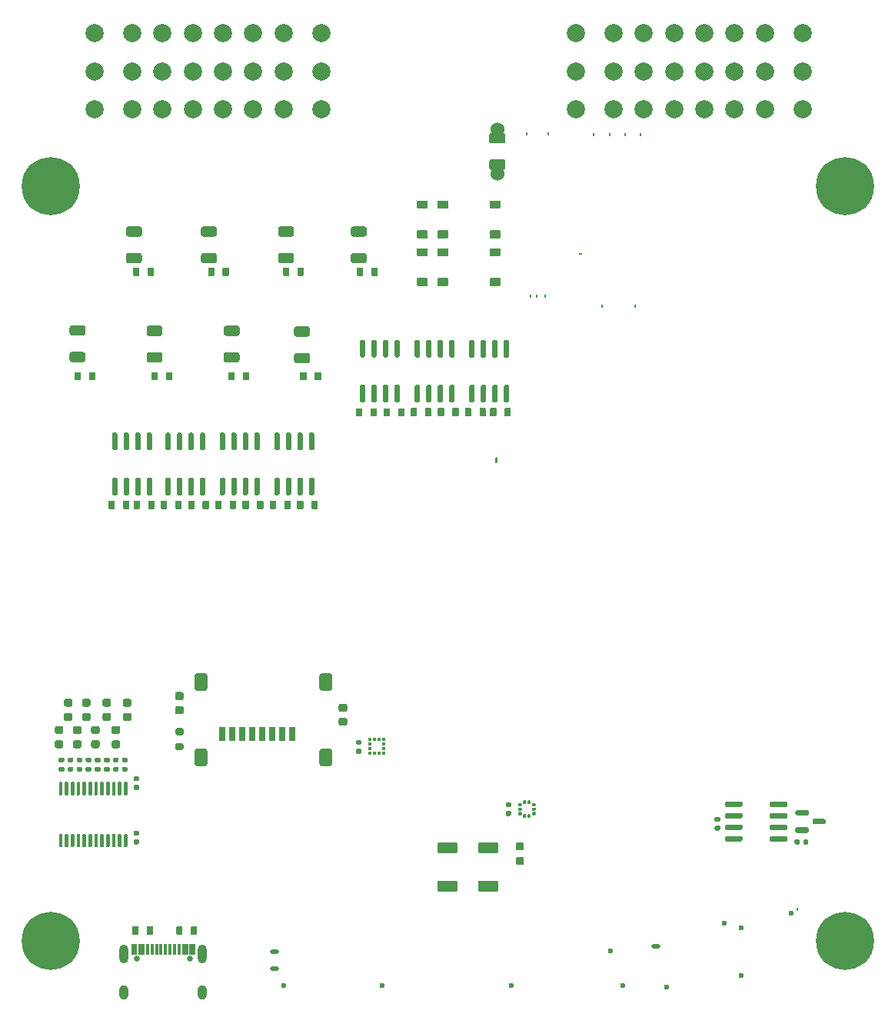
<source format=gts>
G04 #@! TF.GenerationSoftware,KiCad,Pcbnew,9.0.4*
G04 #@! TF.CreationDate,2025-12-07T20:06:33+10:00*
G04 #@! TF.ProjectId,trove8,74726f76-6538-42e6-9b69-6361645f7063,rev?*
G04 #@! TF.SameCoordinates,Original*
G04 #@! TF.FileFunction,Soldermask,Top*
G04 #@! TF.FilePolarity,Negative*
%FSLAX46Y46*%
G04 Gerber Fmt 4.6, Leading zero omitted, Abs format (unit mm)*
G04 Created by KiCad (PCBNEW 9.0.4) date 2025-12-07 20:06:33*
%MOMM*%
%LPD*%
G01*
G04 APERTURE LIST*
%ADD10C,0.800000*%
%ADD11C,6.400000*%
%ADD12C,0.599999*%
%ADD13O,1.000001X0.499999*%
%ADD14O,0.200000X0.499999*%
%ADD15C,2.000000*%
%ADD16C,0.650000*%
%ADD17R,0.300000X1.150000*%
%ADD18O,1.000000X2.100000*%
%ADD19O,1.000000X1.600000*%
%ADD20O,0.250000X0.500000*%
%ADD21O,0.500000X0.250000*%
%ADD22R,0.800000X1.500000*%
%ADD23R,0.375000X0.350000*%
%ADD24R,0.350000X0.375000*%
%ADD25C,1.524000*%
%ADD26O,0.250000X0.499999*%
G04 APERTURE END LIST*
G04 #@! TO.C,D2*
G36*
G01*
X116990000Y-59900000D02*
X118010000Y-59900000D01*
G75*
G02*
X118100000Y-59990000I0J-90000D01*
G01*
X118100000Y-60710000D01*
G75*
G02*
X118010000Y-60800000I-90000J0D01*
G01*
X116990000Y-60800000D01*
G75*
G02*
X116900000Y-60710000I0J90000D01*
G01*
X116900000Y-59990000D01*
G75*
G02*
X116990000Y-59900000I90000J0D01*
G01*
G37*
G36*
G01*
X116990000Y-63200000D02*
X118010000Y-63200000D01*
G75*
G02*
X118100000Y-63290000I0J-90000D01*
G01*
X118100000Y-64010000D01*
G75*
G02*
X118010000Y-64100000I-90000J0D01*
G01*
X116990000Y-64100000D01*
G75*
G02*
X116900000Y-64010000I0J90000D01*
G01*
X116900000Y-63290000D01*
G75*
G02*
X116990000Y-63200000I90000J0D01*
G01*
G37*
G04 #@! TD*
G04 #@! TO.C,D7*
G36*
G01*
X156325000Y-122200000D02*
X156325000Y-121900000D01*
G75*
G02*
X156475000Y-121750000I150000J0D01*
G01*
X157650000Y-121750000D01*
G75*
G02*
X157800000Y-121900000I0J-150000D01*
G01*
X157800000Y-122200000D01*
G75*
G02*
X157650000Y-122350000I-150000J0D01*
G01*
X156475000Y-122350000D01*
G75*
G02*
X156325000Y-122200000I0J150000D01*
G01*
G37*
G36*
G01*
X156325000Y-124100000D02*
X156325000Y-123800000D01*
G75*
G02*
X156475000Y-123650000I150000J0D01*
G01*
X157650000Y-123650000D01*
G75*
G02*
X157800000Y-123800000I0J-150000D01*
G01*
X157800000Y-124100000D01*
G75*
G02*
X157650000Y-124250000I-150000J0D01*
G01*
X156475000Y-124250000D01*
G75*
G02*
X156325000Y-124100000I0J150000D01*
G01*
G37*
G36*
G01*
X158200000Y-123150000D02*
X158200000Y-122850000D01*
G75*
G02*
X158350000Y-122700000I150000J0D01*
G01*
X159525000Y-122700000D01*
G75*
G02*
X159675000Y-122850000I0J-150000D01*
G01*
X159675000Y-123150000D01*
G75*
G02*
X159525000Y-123300000I-150000J0D01*
G01*
X158350000Y-123300000D01*
G75*
G02*
X158200000Y-123150000I0J150000D01*
G01*
G37*
G04 #@! TD*
D10*
G04 #@! TO.C,H4*
X159393329Y-136124743D03*
X160096273Y-134427687D03*
X160096273Y-137821799D03*
X161793329Y-133724743D03*
D11*
X161793329Y-136124743D03*
D10*
X161793329Y-138524743D03*
X163490385Y-134427687D03*
X163490385Y-137821799D03*
X164193329Y-136124743D03*
G04 #@! TD*
G04 #@! TO.C,M1*
G36*
G01*
X123245003Y-83452909D02*
X123245003Y-83002909D01*
G75*
G02*
X123370003Y-82877909I125000J0D01*
G01*
X123370003Y-82877909D01*
G75*
G02*
X123495003Y-83002909I0J-125000D01*
G01*
X123495003Y-83452909D01*
G75*
G02*
X123370003Y-83577909I-125000J0D01*
G01*
X123370003Y-83577909D01*
G75*
G02*
X123245003Y-83452909I0J125000D01*
G01*
G37*
G04 #@! TD*
G04 #@! TO.C,R10*
G36*
G01*
X80685000Y-117520000D02*
X80315000Y-117520000D01*
G75*
G02*
X80180000Y-117385000I0J135000D01*
G01*
X80180000Y-117115000D01*
G75*
G02*
X80315000Y-116980000I135000J0D01*
G01*
X80685000Y-116980000D01*
G75*
G02*
X80820000Y-117115000I0J-135000D01*
G01*
X80820000Y-117385000D01*
G75*
G02*
X80685000Y-117520000I-135000J0D01*
G01*
G37*
G36*
G01*
X80685000Y-116500000D02*
X80315000Y-116500000D01*
G75*
G02*
X80180000Y-116365000I0J135000D01*
G01*
X80180000Y-116095000D01*
G75*
G02*
X80315000Y-115960000I135000J0D01*
G01*
X80685000Y-115960000D01*
G75*
G02*
X80820000Y-116095000I0J-135000D01*
G01*
X80820000Y-116365000D01*
G75*
G02*
X80685000Y-116500000I-135000J0D01*
G01*
G37*
G04 #@! TD*
G04 #@! TO.C,U10*
G36*
G01*
X114845000Y-76900000D02*
X114545000Y-76900000D01*
G75*
G02*
X114395000Y-76750000I0J150000D01*
G01*
X114395000Y-75100000D01*
G75*
G02*
X114545000Y-74950000I150000J0D01*
G01*
X114845000Y-74950000D01*
G75*
G02*
X114995000Y-75100000I0J-150000D01*
G01*
X114995000Y-76750000D01*
G75*
G02*
X114845000Y-76900000I-150000J0D01*
G01*
G37*
G36*
G01*
X116115000Y-76900000D02*
X115815000Y-76900000D01*
G75*
G02*
X115665000Y-76750000I0J150000D01*
G01*
X115665000Y-75100000D01*
G75*
G02*
X115815000Y-74950000I150000J0D01*
G01*
X116115000Y-74950000D01*
G75*
G02*
X116265000Y-75100000I0J-150000D01*
G01*
X116265000Y-76750000D01*
G75*
G02*
X116115000Y-76900000I-150000J0D01*
G01*
G37*
G36*
G01*
X117385000Y-76900000D02*
X117085000Y-76900000D01*
G75*
G02*
X116935000Y-76750000I0J150000D01*
G01*
X116935000Y-75100000D01*
G75*
G02*
X117085000Y-74950000I150000J0D01*
G01*
X117385000Y-74950000D01*
G75*
G02*
X117535000Y-75100000I0J-150000D01*
G01*
X117535000Y-76750000D01*
G75*
G02*
X117385000Y-76900000I-150000J0D01*
G01*
G37*
G36*
G01*
X118655000Y-76900000D02*
X118355000Y-76900000D01*
G75*
G02*
X118205000Y-76750000I0J150000D01*
G01*
X118205000Y-75100000D01*
G75*
G02*
X118355000Y-74950000I150000J0D01*
G01*
X118655000Y-74950000D01*
G75*
G02*
X118805000Y-75100000I0J-150000D01*
G01*
X118805000Y-76750000D01*
G75*
G02*
X118655000Y-76900000I-150000J0D01*
G01*
G37*
G36*
G01*
X118655000Y-71950000D02*
X118355000Y-71950000D01*
G75*
G02*
X118205000Y-71800000I0J150000D01*
G01*
X118205000Y-70150000D01*
G75*
G02*
X118355000Y-70000000I150000J0D01*
G01*
X118655000Y-70000000D01*
G75*
G02*
X118805000Y-70150000I0J-150000D01*
G01*
X118805000Y-71800000D01*
G75*
G02*
X118655000Y-71950000I-150000J0D01*
G01*
G37*
G36*
G01*
X117385000Y-71950000D02*
X117085000Y-71950000D01*
G75*
G02*
X116935000Y-71800000I0J150000D01*
G01*
X116935000Y-70150000D01*
G75*
G02*
X117085000Y-70000000I150000J0D01*
G01*
X117385000Y-70000000D01*
G75*
G02*
X117535000Y-70150000I0J-150000D01*
G01*
X117535000Y-71800000D01*
G75*
G02*
X117385000Y-71950000I-150000J0D01*
G01*
G37*
G36*
G01*
X116115000Y-71950000D02*
X115815000Y-71950000D01*
G75*
G02*
X115665000Y-71800000I0J150000D01*
G01*
X115665000Y-70150000D01*
G75*
G02*
X115815000Y-70000000I150000J0D01*
G01*
X116115000Y-70000000D01*
G75*
G02*
X116265000Y-70150000I0J-150000D01*
G01*
X116265000Y-71800000D01*
G75*
G02*
X116115000Y-71950000I-150000J0D01*
G01*
G37*
G36*
G01*
X114845000Y-71950000D02*
X114545000Y-71950000D01*
G75*
G02*
X114395000Y-71800000I0J150000D01*
G01*
X114395000Y-70150000D01*
G75*
G02*
X114545000Y-70000000I150000J0D01*
G01*
X114845000Y-70000000D01*
G75*
G02*
X114995000Y-70150000I0J-150000D01*
G01*
X114995000Y-71800000D01*
G75*
G02*
X114845000Y-71950000I-150000J0D01*
G01*
G37*
G04 #@! TD*
G04 #@! TO.C,C3*
G36*
G01*
X106750000Y-112475000D02*
X106250000Y-112475000D01*
G75*
G02*
X106025000Y-112250000I0J225000D01*
G01*
X106025000Y-111800000D01*
G75*
G02*
X106250000Y-111575000I225000J0D01*
G01*
X106750000Y-111575000D01*
G75*
G02*
X106975000Y-111800000I0J-225000D01*
G01*
X106975000Y-112250000D01*
G75*
G02*
X106750000Y-112475000I-225000J0D01*
G01*
G37*
G36*
G01*
X106750000Y-110925000D02*
X106250000Y-110925000D01*
G75*
G02*
X106025000Y-110700000I0J225000D01*
G01*
X106025000Y-110250000D01*
G75*
G02*
X106250000Y-110025000I225000J0D01*
G01*
X106750000Y-110025000D01*
G75*
G02*
X106975000Y-110250000I0J-225000D01*
G01*
X106975000Y-110700000D01*
G75*
G02*
X106750000Y-110925000I-225000J0D01*
G01*
G37*
G04 #@! TD*
G04 #@! TO.C,R22*
G36*
G01*
X94875000Y-72487500D02*
X93625000Y-72487500D01*
G75*
G02*
X93375000Y-72237500I0J250000D01*
G01*
X93375000Y-71612500D01*
G75*
G02*
X93625000Y-71362500I250000J0D01*
G01*
X94875000Y-71362500D01*
G75*
G02*
X95125000Y-71612500I0J-250000D01*
G01*
X95125000Y-72237500D01*
G75*
G02*
X94875000Y-72487500I-250000J0D01*
G01*
G37*
G36*
G01*
X94875000Y-69562500D02*
X93625000Y-69562500D01*
G75*
G02*
X93375000Y-69312500I0J250000D01*
G01*
X93375000Y-68687500D01*
G75*
G02*
X93625000Y-68437500I250000J0D01*
G01*
X94875000Y-68437500D01*
G75*
G02*
X95125000Y-68687500I0J-250000D01*
G01*
X95125000Y-69312500D01*
G75*
G02*
X94875000Y-69562500I-250000J0D01*
G01*
G37*
G04 #@! TD*
G04 #@! TO.C,F10*
G36*
G01*
X74993750Y-112487500D02*
X75506250Y-112487500D01*
G75*
G02*
X75725000Y-112706250I0J-218750D01*
G01*
X75725000Y-113143750D01*
G75*
G02*
X75506250Y-113362500I-218750J0D01*
G01*
X74993750Y-113362500D01*
G75*
G02*
X74775000Y-113143750I0J218750D01*
G01*
X74775000Y-112706250D01*
G75*
G02*
X74993750Y-112487500I218750J0D01*
G01*
G37*
G36*
G01*
X74993750Y-114062500D02*
X75506250Y-114062500D01*
G75*
G02*
X75725000Y-114281250I0J-218750D01*
G01*
X75725000Y-114718750D01*
G75*
G02*
X75506250Y-114937500I-218750J0D01*
G01*
X74993750Y-114937500D01*
G75*
G02*
X74775000Y-114718750I0J218750D01*
G01*
X74775000Y-114281250D01*
G75*
G02*
X74993750Y-114062500I218750J0D01*
G01*
G37*
G04 #@! TD*
G04 #@! TO.C,R38*
G36*
G01*
X125000000Y-77560000D02*
X125000000Y-78340000D01*
G75*
G02*
X124930000Y-78410000I-70000J0D01*
G01*
X124370000Y-78410000D01*
G75*
G02*
X124300000Y-78340000I0J70000D01*
G01*
X124300000Y-77560000D01*
G75*
G02*
X124370000Y-77490000I70000J0D01*
G01*
X124930000Y-77490000D01*
G75*
G02*
X125000000Y-77560000I0J-70000D01*
G01*
G37*
G36*
G01*
X123400000Y-77560000D02*
X123400000Y-78340000D01*
G75*
G02*
X123330000Y-78410000I-70000J0D01*
G01*
X122770000Y-78410000D01*
G75*
G02*
X122700000Y-78340000I0J70000D01*
G01*
X122700000Y-77560000D01*
G75*
G02*
X122770000Y-77490000I70000J0D01*
G01*
X123330000Y-77490000D01*
G75*
G02*
X123400000Y-77560000I0J-70000D01*
G01*
G37*
G04 #@! TD*
G04 #@! TO.C,R29*
G36*
G01*
X85750000Y-87760000D02*
X85750000Y-88540000D01*
G75*
G02*
X85680000Y-88610000I-70000J0D01*
G01*
X85120000Y-88610000D01*
G75*
G02*
X85050000Y-88540000I0J70000D01*
G01*
X85050000Y-87760000D01*
G75*
G02*
X85120000Y-87690000I70000J0D01*
G01*
X85680000Y-87690000D01*
G75*
G02*
X85750000Y-87760000I0J-70000D01*
G01*
G37*
G36*
G01*
X84150000Y-87760000D02*
X84150000Y-88540000D01*
G75*
G02*
X84080000Y-88610000I-70000J0D01*
G01*
X83520000Y-88610000D01*
G75*
G02*
X83450000Y-88540000I0J70000D01*
G01*
X83450000Y-87760000D01*
G75*
G02*
X83520000Y-87690000I70000J0D01*
G01*
X84080000Y-87690000D01*
G75*
G02*
X84150000Y-87760000I0J-70000D01*
G01*
G37*
G04 #@! TD*
G04 #@! TO.C,R11*
G36*
G01*
X78685000Y-117520000D02*
X78315000Y-117520000D01*
G75*
G02*
X78180000Y-117385000I0J135000D01*
G01*
X78180000Y-117115000D01*
G75*
G02*
X78315000Y-116980000I135000J0D01*
G01*
X78685000Y-116980000D01*
G75*
G02*
X78820000Y-117115000I0J-135000D01*
G01*
X78820000Y-117385000D01*
G75*
G02*
X78685000Y-117520000I-135000J0D01*
G01*
G37*
G36*
G01*
X78685000Y-116500000D02*
X78315000Y-116500000D01*
G75*
G02*
X78180000Y-116365000I0J135000D01*
G01*
X78180000Y-116095000D01*
G75*
G02*
X78315000Y-115960000I135000J0D01*
G01*
X78685000Y-115960000D01*
G75*
G02*
X78820000Y-116095000I0J-135000D01*
G01*
X78820000Y-116365000D01*
G75*
G02*
X78685000Y-116500000I-135000J0D01*
G01*
G37*
G04 #@! TD*
G04 #@! TO.C,C10*
G36*
G01*
X83920000Y-125530000D02*
X83580000Y-125530000D01*
G75*
G02*
X83440000Y-125390000I0J140000D01*
G01*
X83440000Y-125110000D01*
G75*
G02*
X83580000Y-124970000I140000J0D01*
G01*
X83920000Y-124970000D01*
G75*
G02*
X84060000Y-125110000I0J-140000D01*
G01*
X84060000Y-125390000D01*
G75*
G02*
X83920000Y-125530000I-140000J0D01*
G01*
G37*
G36*
G01*
X83920000Y-124570000D02*
X83580000Y-124570000D01*
G75*
G02*
X83440000Y-124430000I0J140000D01*
G01*
X83440000Y-124150000D01*
G75*
G02*
X83580000Y-124010000I140000J0D01*
G01*
X83920000Y-124010000D01*
G75*
G02*
X84060000Y-124150000I0J-140000D01*
G01*
X84060000Y-124430000D01*
G75*
G02*
X83920000Y-124570000I-140000J0D01*
G01*
G37*
G04 #@! TD*
G04 #@! TO.C,R15*
G36*
G01*
X92375000Y-61562500D02*
X91125000Y-61562500D01*
G75*
G02*
X90875000Y-61312500I0J250000D01*
G01*
X90875000Y-60687500D01*
G75*
G02*
X91125000Y-60437500I250000J0D01*
G01*
X92375000Y-60437500D01*
G75*
G02*
X92625000Y-60687500I0J-250000D01*
G01*
X92625000Y-61312500D01*
G75*
G02*
X92375000Y-61562500I-250000J0D01*
G01*
G37*
G36*
G01*
X92375000Y-58637500D02*
X91125000Y-58637500D01*
G75*
G02*
X90875000Y-58387500I0J250000D01*
G01*
X90875000Y-57762500D01*
G75*
G02*
X91125000Y-57512500I250000J0D01*
G01*
X92375000Y-57512500D01*
G75*
G02*
X92625000Y-57762500I0J-250000D01*
G01*
X92625000Y-58387500D01*
G75*
G02*
X92375000Y-58637500I-250000J0D01*
G01*
G37*
G04 #@! TD*
G04 #@! TO.C,R39*
G36*
G01*
X113950000Y-78340000D02*
X113950000Y-77560000D01*
G75*
G02*
X114020000Y-77490000I70000J0D01*
G01*
X114580000Y-77490000D01*
G75*
G02*
X114650000Y-77560000I0J-70000D01*
G01*
X114650000Y-78340000D01*
G75*
G02*
X114580000Y-78410000I-70000J0D01*
G01*
X114020000Y-78410000D01*
G75*
G02*
X113950000Y-78340000I0J70000D01*
G01*
G37*
G36*
G01*
X115550000Y-78340000D02*
X115550000Y-77560000D01*
G75*
G02*
X115620000Y-77490000I70000J0D01*
G01*
X116180000Y-77490000D01*
G75*
G02*
X116250000Y-77560000I0J-70000D01*
G01*
X116250000Y-78340000D01*
G75*
G02*
X116180000Y-78410000I-70000J0D01*
G01*
X115620000Y-78410000D01*
G75*
G02*
X115550000Y-78340000I0J70000D01*
G01*
G37*
G04 #@! TD*
G04 #@! TO.C,R8*
G36*
G01*
X75685000Y-117520000D02*
X75315000Y-117520000D01*
G75*
G02*
X75180000Y-117385000I0J135000D01*
G01*
X75180000Y-117115000D01*
G75*
G02*
X75315000Y-116980000I135000J0D01*
G01*
X75685000Y-116980000D01*
G75*
G02*
X75820000Y-117115000I0J-135000D01*
G01*
X75820000Y-117385000D01*
G75*
G02*
X75685000Y-117520000I-135000J0D01*
G01*
G37*
G36*
G01*
X75685000Y-116500000D02*
X75315000Y-116500000D01*
G75*
G02*
X75180000Y-116365000I0J135000D01*
G01*
X75180000Y-116095000D01*
G75*
G02*
X75315000Y-115960000I135000J0D01*
G01*
X75685000Y-115960000D01*
G75*
G02*
X75820000Y-116095000I0J-135000D01*
G01*
X75820000Y-116365000D01*
G75*
G02*
X75685000Y-116500000I-135000J0D01*
G01*
G37*
G04 #@! TD*
D12*
G04 #@! TO.C,M5*
X137325769Y-141037520D03*
X125062501Y-141037520D03*
X110862502Y-141037520D03*
X99962503Y-141037520D03*
D13*
X98942505Y-137312509D03*
X98942500Y-139212510D03*
D12*
X135937496Y-137237508D03*
G04 #@! TD*
G04 #@! TO.C,F7*
G36*
G01*
X81243750Y-112487500D02*
X81756250Y-112487500D01*
G75*
G02*
X81975000Y-112706250I0J-218750D01*
G01*
X81975000Y-113143750D01*
G75*
G02*
X81756250Y-113362500I-218750J0D01*
G01*
X81243750Y-113362500D01*
G75*
G02*
X81025000Y-113143750I0J218750D01*
G01*
X81025000Y-112706250D01*
G75*
G02*
X81243750Y-112487500I218750J0D01*
G01*
G37*
G36*
G01*
X81243750Y-114062500D02*
X81756250Y-114062500D01*
G75*
G02*
X81975000Y-114281250I0J-218750D01*
G01*
X81975000Y-114718750D01*
G75*
G02*
X81756250Y-114937500I-218750J0D01*
G01*
X81243750Y-114937500D01*
G75*
G02*
X81025000Y-114718750I0J218750D01*
G01*
X81025000Y-114281250D01*
G75*
G02*
X81243750Y-114062500I218750J0D01*
G01*
G37*
G04 #@! TD*
G04 #@! TO.C,U11*
G36*
G01*
X120845000Y-76900000D02*
X120545000Y-76900000D01*
G75*
G02*
X120395000Y-76750000I0J150000D01*
G01*
X120395000Y-75100000D01*
G75*
G02*
X120545000Y-74950000I150000J0D01*
G01*
X120845000Y-74950000D01*
G75*
G02*
X120995000Y-75100000I0J-150000D01*
G01*
X120995000Y-76750000D01*
G75*
G02*
X120845000Y-76900000I-150000J0D01*
G01*
G37*
G36*
G01*
X122115000Y-76900000D02*
X121815000Y-76900000D01*
G75*
G02*
X121665000Y-76750000I0J150000D01*
G01*
X121665000Y-75100000D01*
G75*
G02*
X121815000Y-74950000I150000J0D01*
G01*
X122115000Y-74950000D01*
G75*
G02*
X122265000Y-75100000I0J-150000D01*
G01*
X122265000Y-76750000D01*
G75*
G02*
X122115000Y-76900000I-150000J0D01*
G01*
G37*
G36*
G01*
X123385000Y-76900000D02*
X123085000Y-76900000D01*
G75*
G02*
X122935000Y-76750000I0J150000D01*
G01*
X122935000Y-75100000D01*
G75*
G02*
X123085000Y-74950000I150000J0D01*
G01*
X123385000Y-74950000D01*
G75*
G02*
X123535000Y-75100000I0J-150000D01*
G01*
X123535000Y-76750000D01*
G75*
G02*
X123385000Y-76900000I-150000J0D01*
G01*
G37*
G36*
G01*
X124655000Y-76900000D02*
X124355000Y-76900000D01*
G75*
G02*
X124205000Y-76750000I0J150000D01*
G01*
X124205000Y-75100000D01*
G75*
G02*
X124355000Y-74950000I150000J0D01*
G01*
X124655000Y-74950000D01*
G75*
G02*
X124805000Y-75100000I0J-150000D01*
G01*
X124805000Y-76750000D01*
G75*
G02*
X124655000Y-76900000I-150000J0D01*
G01*
G37*
G36*
G01*
X124655000Y-71950000D02*
X124355000Y-71950000D01*
G75*
G02*
X124205000Y-71800000I0J150000D01*
G01*
X124205000Y-70150000D01*
G75*
G02*
X124355000Y-70000000I150000J0D01*
G01*
X124655000Y-70000000D01*
G75*
G02*
X124805000Y-70150000I0J-150000D01*
G01*
X124805000Y-71800000D01*
G75*
G02*
X124655000Y-71950000I-150000J0D01*
G01*
G37*
G36*
G01*
X123385000Y-71950000D02*
X123085000Y-71950000D01*
G75*
G02*
X122935000Y-71800000I0J150000D01*
G01*
X122935000Y-70150000D01*
G75*
G02*
X123085000Y-70000000I150000J0D01*
G01*
X123385000Y-70000000D01*
G75*
G02*
X123535000Y-70150000I0J-150000D01*
G01*
X123535000Y-71800000D01*
G75*
G02*
X123385000Y-71950000I-150000J0D01*
G01*
G37*
G36*
G01*
X122115000Y-71950000D02*
X121815000Y-71950000D01*
G75*
G02*
X121665000Y-71800000I0J150000D01*
G01*
X121665000Y-70150000D01*
G75*
G02*
X121815000Y-70000000I150000J0D01*
G01*
X122115000Y-70000000D01*
G75*
G02*
X122265000Y-70150000I0J-150000D01*
G01*
X122265000Y-71800000D01*
G75*
G02*
X122115000Y-71950000I-150000J0D01*
G01*
G37*
G36*
G01*
X120845000Y-71950000D02*
X120545000Y-71950000D01*
G75*
G02*
X120395000Y-71800000I0J150000D01*
G01*
X120395000Y-70150000D01*
G75*
G02*
X120545000Y-70000000I150000J0D01*
G01*
X120845000Y-70000000D01*
G75*
G02*
X120995000Y-70150000I0J-150000D01*
G01*
X120995000Y-71800000D01*
G75*
G02*
X120845000Y-71950000I-150000J0D01*
G01*
G37*
G04 #@! TD*
D13*
G04 #@! TO.C,M2*
X141000000Y-136750000D03*
D14*
X156525000Y-132699990D03*
D12*
X142175001Y-141249999D03*
X150400001Y-139924995D03*
X150382496Y-134692501D03*
X148500000Y-134199995D03*
X155849993Y-133075009D03*
G04 #@! TD*
G04 #@! TO.C,D3*
G36*
G01*
X123760000Y-58850000D02*
X122740000Y-58850000D01*
G75*
G02*
X122650000Y-58760000I0J90000D01*
G01*
X122650000Y-58040000D01*
G75*
G02*
X122740000Y-57950000I90000J0D01*
G01*
X123760000Y-57950000D01*
G75*
G02*
X123850000Y-58040000I0J-90000D01*
G01*
X123850000Y-58760000D01*
G75*
G02*
X123760000Y-58850000I-90000J0D01*
G01*
G37*
G36*
G01*
X123760000Y-55550000D02*
X122740000Y-55550000D01*
G75*
G02*
X122650000Y-55460000I0J90000D01*
G01*
X122650000Y-54740000D01*
G75*
G02*
X122740000Y-54650000I90000J0D01*
G01*
X123760000Y-54650000D01*
G75*
G02*
X123850000Y-54740000I0J-90000D01*
G01*
X123850000Y-55460000D01*
G75*
G02*
X123760000Y-55550000I-90000J0D01*
G01*
G37*
G04 #@! TD*
G04 #@! TO.C,R19*
G36*
G01*
X93950000Y-62110000D02*
X93950000Y-62890000D01*
G75*
G02*
X93880000Y-62960000I-70000J0D01*
G01*
X93320000Y-62960000D01*
G75*
G02*
X93250000Y-62890000I0J70000D01*
G01*
X93250000Y-62110000D01*
G75*
G02*
X93320000Y-62040000I70000J0D01*
G01*
X93880000Y-62040000D01*
G75*
G02*
X93950000Y-62110000I0J-70000D01*
G01*
G37*
G36*
G01*
X92350000Y-62110000D02*
X92350000Y-62890000D01*
G75*
G02*
X92280000Y-62960000I-70000J0D01*
G01*
X91720000Y-62960000D01*
G75*
G02*
X91650000Y-62890000I0J70000D01*
G01*
X91650000Y-62110000D01*
G75*
G02*
X91720000Y-62040000I70000J0D01*
G01*
X92280000Y-62040000D01*
G75*
G02*
X92350000Y-62110000I0J-70000D01*
G01*
G37*
G04 #@! TD*
G04 #@! TO.C,C9*
G36*
G01*
X147920000Y-124010000D02*
X147580000Y-124010000D01*
G75*
G02*
X147440000Y-123870000I0J140000D01*
G01*
X147440000Y-123590000D01*
G75*
G02*
X147580000Y-123450000I140000J0D01*
G01*
X147920000Y-123450000D01*
G75*
G02*
X148060000Y-123590000I0J-140000D01*
G01*
X148060000Y-123870000D01*
G75*
G02*
X147920000Y-124010000I-140000J0D01*
G01*
G37*
G36*
G01*
X147920000Y-123050000D02*
X147580000Y-123050000D01*
G75*
G02*
X147440000Y-122910000I0J140000D01*
G01*
X147440000Y-122630000D01*
G75*
G02*
X147580000Y-122490000I140000J0D01*
G01*
X147920000Y-122490000D01*
G75*
G02*
X148060000Y-122630000I0J-140000D01*
G01*
X148060000Y-122910000D01*
G75*
G02*
X147920000Y-123050000I-140000J0D01*
G01*
G37*
G04 #@! TD*
D10*
G04 #@! TO.C,H2*
X159393329Y-53124743D03*
X160096273Y-51427687D03*
X160096273Y-54821799D03*
X161793329Y-50724743D03*
D11*
X161793329Y-53124743D03*
D10*
X161793329Y-55524743D03*
X163490385Y-51427687D03*
X163490385Y-54821799D03*
X164193329Y-53124743D03*
G04 #@! TD*
G04 #@! TO.C,R21*
G36*
G01*
X102625000Y-72562500D02*
X101375000Y-72562500D01*
G75*
G02*
X101125000Y-72312500I0J250000D01*
G01*
X101125000Y-71687500D01*
G75*
G02*
X101375000Y-71437500I250000J0D01*
G01*
X102625000Y-71437500D01*
G75*
G02*
X102875000Y-71687500I0J-250000D01*
G01*
X102875000Y-72312500D01*
G75*
G02*
X102625000Y-72562500I-250000J0D01*
G01*
G37*
G36*
G01*
X102625000Y-69637500D02*
X101375000Y-69637500D01*
G75*
G02*
X101125000Y-69387500I0J250000D01*
G01*
X101125000Y-68762500D01*
G75*
G02*
X101375000Y-68512500I250000J0D01*
G01*
X102625000Y-68512500D01*
G75*
G02*
X102875000Y-68762500I0J-250000D01*
G01*
X102875000Y-69387500D01*
G75*
G02*
X102625000Y-69637500I-250000J0D01*
G01*
G37*
G04 #@! TD*
D15*
G04 #@! TO.C,J1*
X132167170Y-44628302D03*
X136317170Y-44628302D03*
X139647170Y-44628302D03*
X142977170Y-44628302D03*
X146307170Y-44628302D03*
X149637170Y-44628302D03*
X152967170Y-44628302D03*
X157117170Y-44628302D03*
X132167170Y-40428302D03*
X136317170Y-40428302D03*
X139647170Y-40428302D03*
X142977170Y-40428302D03*
X146307170Y-40428302D03*
X149637170Y-40428302D03*
X152967170Y-40428302D03*
X157117170Y-40428302D03*
X132167170Y-36228302D03*
X136317170Y-36228302D03*
X139647170Y-36228302D03*
X142977170Y-36228302D03*
X146307170Y-36228302D03*
X149637170Y-36228302D03*
X152967170Y-36228302D03*
X157117170Y-36228302D03*
G04 #@! TD*
G04 #@! TO.C,R37*
G36*
G01*
X119250000Y-77560000D02*
X119250000Y-78340000D01*
G75*
G02*
X119180000Y-78410000I-70000J0D01*
G01*
X118620000Y-78410000D01*
G75*
G02*
X118550000Y-78340000I0J70000D01*
G01*
X118550000Y-77560000D01*
G75*
G02*
X118620000Y-77490000I70000J0D01*
G01*
X119180000Y-77490000D01*
G75*
G02*
X119250000Y-77560000I0J-70000D01*
G01*
G37*
G36*
G01*
X117650000Y-77560000D02*
X117650000Y-78340000D01*
G75*
G02*
X117580000Y-78410000I-70000J0D01*
G01*
X117020000Y-78410000D01*
G75*
G02*
X116950000Y-78340000I0J70000D01*
G01*
X116950000Y-77560000D01*
G75*
G02*
X117020000Y-77490000I70000J0D01*
G01*
X117580000Y-77490000D01*
G75*
G02*
X117650000Y-77560000I0J-70000D01*
G01*
G37*
G04 #@! TD*
G04 #@! TO.C,F8*
G36*
G01*
X78993750Y-112487500D02*
X79506250Y-112487500D01*
G75*
G02*
X79725000Y-112706250I0J-218750D01*
G01*
X79725000Y-113143750D01*
G75*
G02*
X79506250Y-113362500I-218750J0D01*
G01*
X78993750Y-113362500D01*
G75*
G02*
X78775000Y-113143750I0J218750D01*
G01*
X78775000Y-112706250D01*
G75*
G02*
X78993750Y-112487500I218750J0D01*
G01*
G37*
G36*
G01*
X78993750Y-114062500D02*
X79506250Y-114062500D01*
G75*
G02*
X79725000Y-114281250I0J-218750D01*
G01*
X79725000Y-114718750D01*
G75*
G02*
X79506250Y-114937500I-218750J0D01*
G01*
X78993750Y-114937500D01*
G75*
G02*
X78775000Y-114718750I0J218750D01*
G01*
X78775000Y-114281250D01*
G75*
G02*
X78993750Y-114062500I218750J0D01*
G01*
G37*
G04 #@! TD*
G04 #@! TO.C,U7*
G36*
G01*
X87395000Y-87100000D02*
X87095000Y-87100000D01*
G75*
G02*
X86945000Y-86950000I0J150000D01*
G01*
X86945000Y-85300000D01*
G75*
G02*
X87095000Y-85150000I150000J0D01*
G01*
X87395000Y-85150000D01*
G75*
G02*
X87545000Y-85300000I0J-150000D01*
G01*
X87545000Y-86950000D01*
G75*
G02*
X87395000Y-87100000I-150000J0D01*
G01*
G37*
G36*
G01*
X88665000Y-87100000D02*
X88365000Y-87100000D01*
G75*
G02*
X88215000Y-86950000I0J150000D01*
G01*
X88215000Y-85300000D01*
G75*
G02*
X88365000Y-85150000I150000J0D01*
G01*
X88665000Y-85150000D01*
G75*
G02*
X88815000Y-85300000I0J-150000D01*
G01*
X88815000Y-86950000D01*
G75*
G02*
X88665000Y-87100000I-150000J0D01*
G01*
G37*
G36*
G01*
X89935000Y-87100000D02*
X89635000Y-87100000D01*
G75*
G02*
X89485000Y-86950000I0J150000D01*
G01*
X89485000Y-85300000D01*
G75*
G02*
X89635000Y-85150000I150000J0D01*
G01*
X89935000Y-85150000D01*
G75*
G02*
X90085000Y-85300000I0J-150000D01*
G01*
X90085000Y-86950000D01*
G75*
G02*
X89935000Y-87100000I-150000J0D01*
G01*
G37*
G36*
G01*
X91205000Y-87100000D02*
X90905000Y-87100000D01*
G75*
G02*
X90755000Y-86950000I0J150000D01*
G01*
X90755000Y-85300000D01*
G75*
G02*
X90905000Y-85150000I150000J0D01*
G01*
X91205000Y-85150000D01*
G75*
G02*
X91355000Y-85300000I0J-150000D01*
G01*
X91355000Y-86950000D01*
G75*
G02*
X91205000Y-87100000I-150000J0D01*
G01*
G37*
G36*
G01*
X91205000Y-82150000D02*
X90905000Y-82150000D01*
G75*
G02*
X90755000Y-82000000I0J150000D01*
G01*
X90755000Y-80350000D01*
G75*
G02*
X90905000Y-80200000I150000J0D01*
G01*
X91205000Y-80200000D01*
G75*
G02*
X91355000Y-80350000I0J-150000D01*
G01*
X91355000Y-82000000D01*
G75*
G02*
X91205000Y-82150000I-150000J0D01*
G01*
G37*
G36*
G01*
X89935000Y-82150000D02*
X89635000Y-82150000D01*
G75*
G02*
X89485000Y-82000000I0J150000D01*
G01*
X89485000Y-80350000D01*
G75*
G02*
X89635000Y-80200000I150000J0D01*
G01*
X89935000Y-80200000D01*
G75*
G02*
X90085000Y-80350000I0J-150000D01*
G01*
X90085000Y-82000000D01*
G75*
G02*
X89935000Y-82150000I-150000J0D01*
G01*
G37*
G36*
G01*
X88665000Y-82150000D02*
X88365000Y-82150000D01*
G75*
G02*
X88215000Y-82000000I0J150000D01*
G01*
X88215000Y-80350000D01*
G75*
G02*
X88365000Y-80200000I150000J0D01*
G01*
X88665000Y-80200000D01*
G75*
G02*
X88815000Y-80350000I0J-150000D01*
G01*
X88815000Y-82000000D01*
G75*
G02*
X88665000Y-82150000I-150000J0D01*
G01*
G37*
G36*
G01*
X87395000Y-82150000D02*
X87095000Y-82150000D01*
G75*
G02*
X86945000Y-82000000I0J150000D01*
G01*
X86945000Y-80350000D01*
G75*
G02*
X87095000Y-80200000I150000J0D01*
G01*
X87395000Y-80200000D01*
G75*
G02*
X87545000Y-80350000I0J-150000D01*
G01*
X87545000Y-82000000D01*
G75*
G02*
X87395000Y-82150000I-150000J0D01*
G01*
G37*
G04 #@! TD*
G04 #@! TO.C,R27*
G36*
G01*
X87700000Y-73610000D02*
X87700000Y-74390000D01*
G75*
G02*
X87630000Y-74460000I-70000J0D01*
G01*
X87070000Y-74460000D01*
G75*
G02*
X87000000Y-74390000I0J70000D01*
G01*
X87000000Y-73610000D01*
G75*
G02*
X87070000Y-73540000I70000J0D01*
G01*
X87630000Y-73540000D01*
G75*
G02*
X87700000Y-73610000I0J-70000D01*
G01*
G37*
G36*
G01*
X86100000Y-73610000D02*
X86100000Y-74390000D01*
G75*
G02*
X86030000Y-74460000I-70000J0D01*
G01*
X85470000Y-74460000D01*
G75*
G02*
X85400000Y-74390000I0J70000D01*
G01*
X85400000Y-73610000D01*
G75*
G02*
X85470000Y-73540000I70000J0D01*
G01*
X86030000Y-73540000D01*
G75*
G02*
X86100000Y-73610000I0J-70000D01*
G01*
G37*
G04 #@! TD*
G04 #@! TO.C,R1*
G36*
G01*
X88775000Y-115150000D02*
X88225000Y-115150000D01*
G75*
G02*
X88025000Y-114950000I0J200000D01*
G01*
X88025000Y-114550000D01*
G75*
G02*
X88225000Y-114350000I200000J0D01*
G01*
X88775000Y-114350000D01*
G75*
G02*
X88975000Y-114550000I0J-200000D01*
G01*
X88975000Y-114950000D01*
G75*
G02*
X88775000Y-115150000I-200000J0D01*
G01*
G37*
G36*
G01*
X88775000Y-113500000D02*
X88225000Y-113500000D01*
G75*
G02*
X88025000Y-113300000I0J200000D01*
G01*
X88025000Y-112900000D01*
G75*
G02*
X88225000Y-112700000I200000J0D01*
G01*
X88775000Y-112700000D01*
G75*
G02*
X88975000Y-112900000I0J-200000D01*
G01*
X88975000Y-113300000D01*
G75*
G02*
X88775000Y-113500000I-200000J0D01*
G01*
G37*
G04 #@! TD*
G04 #@! TO.C,C1*
G36*
G01*
X126340000Y-127755002D02*
X125660000Y-127755002D01*
G75*
G02*
X125575000Y-127670002I0J85000D01*
G01*
X125575000Y-126990002D01*
G75*
G02*
X125660000Y-126905002I85000J0D01*
G01*
X126340000Y-126905002D01*
G75*
G02*
X126425000Y-126990002I0J-85000D01*
G01*
X126425000Y-127670002D01*
G75*
G02*
X126340000Y-127755002I-85000J0D01*
G01*
G37*
G36*
G01*
X126340000Y-126175000D02*
X125660000Y-126175000D01*
G75*
G02*
X125575000Y-126090000I0J85000D01*
G01*
X125575000Y-125410000D01*
G75*
G02*
X125660000Y-125325000I85000J0D01*
G01*
X126340000Y-125325000D01*
G75*
G02*
X126425000Y-125410000I0J-85000D01*
G01*
X126425000Y-126090000D01*
G75*
G02*
X126340000Y-126175000I-85000J0D01*
G01*
G37*
G04 #@! TD*
G04 #@! TO.C,C2*
G36*
G01*
X88750000Y-111200000D02*
X88250000Y-111200000D01*
G75*
G02*
X88025000Y-110975000I0J225000D01*
G01*
X88025000Y-110525000D01*
G75*
G02*
X88250000Y-110300000I225000J0D01*
G01*
X88750000Y-110300000D01*
G75*
G02*
X88975000Y-110525000I0J-225000D01*
G01*
X88975000Y-110975000D01*
G75*
G02*
X88750000Y-111200000I-225000J0D01*
G01*
G37*
G36*
G01*
X88750000Y-109650000D02*
X88250000Y-109650000D01*
G75*
G02*
X88025000Y-109425000I0J225000D01*
G01*
X88025000Y-108975000D01*
G75*
G02*
X88250000Y-108750000I225000J0D01*
G01*
X88750000Y-108750000D01*
G75*
G02*
X88975000Y-108975000I0J-225000D01*
G01*
X88975000Y-109425000D01*
G75*
G02*
X88750000Y-109650000I-225000J0D01*
G01*
G37*
G04 #@! TD*
D16*
G04 #@! TO.C,J3*
X83840954Y-138120000D03*
X89620954Y-138120000D03*
D17*
X83380954Y-137055000D03*
X84180954Y-137055000D03*
X85480954Y-137055000D03*
X86480954Y-137055000D03*
X86980954Y-137055000D03*
X87980954Y-137055000D03*
X89280954Y-137055000D03*
X90080954Y-137055000D03*
X89780954Y-137055000D03*
X88980954Y-137055000D03*
X88480954Y-137055000D03*
X87480954Y-137055000D03*
X85980954Y-137055000D03*
X84980954Y-137055000D03*
X84480954Y-137055000D03*
X83680954Y-137055000D03*
D18*
X82410954Y-137620000D03*
D19*
X82410954Y-141800000D03*
D18*
X91050954Y-137620000D03*
D19*
X91050954Y-141800000D03*
G04 #@! TD*
G04 #@! TO.C,R9*
G36*
G01*
X82685000Y-117520000D02*
X82315000Y-117520000D01*
G75*
G02*
X82180000Y-117385000I0J135000D01*
G01*
X82180000Y-117115000D01*
G75*
G02*
X82315000Y-116980000I135000J0D01*
G01*
X82685000Y-116980000D01*
G75*
G02*
X82820000Y-117115000I0J-135000D01*
G01*
X82820000Y-117385000D01*
G75*
G02*
X82685000Y-117520000I-135000J0D01*
G01*
G37*
G36*
G01*
X82685000Y-116500000D02*
X82315000Y-116500000D01*
G75*
G02*
X82180000Y-116365000I0J135000D01*
G01*
X82180000Y-116095000D01*
G75*
G02*
X82315000Y-115960000I135000J0D01*
G01*
X82685000Y-115960000D01*
G75*
G02*
X82820000Y-116095000I0J-135000D01*
G01*
X82820000Y-116365000D01*
G75*
G02*
X82685000Y-116500000I-135000J0D01*
G01*
G37*
G04 #@! TD*
D20*
G04 #@! TO.C,M3*
X134128415Y-47375002D03*
X135853417Y-47375002D03*
X137578417Y-47375002D03*
X139278415Y-47375002D03*
D21*
X132653415Y-60575001D03*
D20*
X138674813Y-66330875D03*
X135053415Y-66325003D03*
G04 #@! TD*
G04 #@! TO.C,F3*
G36*
G01*
X82493750Y-109487500D02*
X83006250Y-109487500D01*
G75*
G02*
X83225000Y-109706250I0J-218750D01*
G01*
X83225000Y-110143750D01*
G75*
G02*
X83006250Y-110362500I-218750J0D01*
G01*
X82493750Y-110362500D01*
G75*
G02*
X82275000Y-110143750I0J218750D01*
G01*
X82275000Y-109706250D01*
G75*
G02*
X82493750Y-109487500I218750J0D01*
G01*
G37*
G36*
G01*
X82493750Y-111062500D02*
X83006250Y-111062500D01*
G75*
G02*
X83225000Y-111281250I0J-218750D01*
G01*
X83225000Y-111718750D01*
G75*
G02*
X83006250Y-111937500I-218750J0D01*
G01*
X82493750Y-111937500D01*
G75*
G02*
X82275000Y-111718750I0J218750D01*
G01*
X82275000Y-111281250D01*
G75*
G02*
X82493750Y-111062500I218750J0D01*
G01*
G37*
G04 #@! TD*
G04 #@! TO.C,R36*
G36*
G01*
X98450000Y-88540000D02*
X98450000Y-87760000D01*
G75*
G02*
X98520000Y-87690000I70000J0D01*
G01*
X99080000Y-87690000D01*
G75*
G02*
X99150000Y-87760000I0J-70000D01*
G01*
X99150000Y-88540000D01*
G75*
G02*
X99080000Y-88610000I-70000J0D01*
G01*
X98520000Y-88610000D01*
G75*
G02*
X98450000Y-88540000I0J70000D01*
G01*
G37*
G36*
G01*
X100050000Y-88540000D02*
X100050000Y-87760000D01*
G75*
G02*
X100120000Y-87690000I70000J0D01*
G01*
X100680000Y-87690000D01*
G75*
G02*
X100750000Y-87760000I0J-70000D01*
G01*
X100750000Y-88540000D01*
G75*
G02*
X100680000Y-88610000I-70000J0D01*
G01*
X100120000Y-88610000D01*
G75*
G02*
X100050000Y-88540000I0J70000D01*
G01*
G37*
G04 #@! TD*
G04 #@! TO.C,R33*
G36*
G01*
X80700000Y-88540000D02*
X80700000Y-87760000D01*
G75*
G02*
X80770000Y-87690000I70000J0D01*
G01*
X81330000Y-87690000D01*
G75*
G02*
X81400000Y-87760000I0J-70000D01*
G01*
X81400000Y-88540000D01*
G75*
G02*
X81330000Y-88610000I-70000J0D01*
G01*
X80770000Y-88610000D01*
G75*
G02*
X80700000Y-88540000I0J70000D01*
G01*
G37*
G36*
G01*
X82300000Y-88540000D02*
X82300000Y-87760000D01*
G75*
G02*
X82370000Y-87690000I70000J0D01*
G01*
X82930000Y-87690000D01*
G75*
G02*
X83000000Y-87760000I0J-70000D01*
G01*
X83000000Y-88540000D01*
G75*
G02*
X82930000Y-88610000I-70000J0D01*
G01*
X82370000Y-88610000D01*
G75*
G02*
X82300000Y-88540000I0J70000D01*
G01*
G37*
G04 #@! TD*
G04 #@! TO.C,R34*
G36*
G01*
X86450000Y-88540000D02*
X86450000Y-87760000D01*
G75*
G02*
X86520000Y-87690000I70000J0D01*
G01*
X87080000Y-87690000D01*
G75*
G02*
X87150000Y-87760000I0J-70000D01*
G01*
X87150000Y-88540000D01*
G75*
G02*
X87080000Y-88610000I-70000J0D01*
G01*
X86520000Y-88610000D01*
G75*
G02*
X86450000Y-88540000I0J70000D01*
G01*
G37*
G36*
G01*
X88050000Y-88540000D02*
X88050000Y-87760000D01*
G75*
G02*
X88120000Y-87690000I70000J0D01*
G01*
X88680000Y-87690000D01*
G75*
G02*
X88750000Y-87760000I0J-70000D01*
G01*
X88750000Y-88540000D01*
G75*
G02*
X88680000Y-88610000I-70000J0D01*
G01*
X88120000Y-88610000D01*
G75*
G02*
X88050000Y-88540000I0J70000D01*
G01*
G37*
G04 #@! TD*
D15*
G04 #@! TO.C,J2*
X79161578Y-44628302D03*
X83311578Y-44628302D03*
X86641578Y-44628302D03*
X89971578Y-44628302D03*
X93301578Y-44628302D03*
X96631578Y-44628302D03*
X99961578Y-44628302D03*
X104111578Y-44628302D03*
X79161578Y-40428302D03*
X83311578Y-40428302D03*
X86641578Y-40428302D03*
X89971578Y-40428302D03*
X93301578Y-40428302D03*
X96631578Y-40428302D03*
X99961578Y-40428302D03*
X104111578Y-40428302D03*
X79161578Y-36228302D03*
X83311578Y-36228302D03*
X86641578Y-36228302D03*
X89971578Y-36228302D03*
X93301578Y-36228302D03*
X96631578Y-36228302D03*
X99961578Y-36228302D03*
X104111578Y-36228302D03*
G04 #@! TD*
D22*
G04 #@! TO.C,J4*
X100955000Y-113350000D03*
X99855000Y-113350000D03*
X98755000Y-113350000D03*
X97655000Y-113350000D03*
X96555000Y-113350000D03*
X95455000Y-113350000D03*
X94355000Y-113350000D03*
X93255000Y-113350000D03*
G36*
G01*
X105350000Y-115312500D02*
X105350000Y-116587500D01*
G75*
G02*
X104987500Y-116950000I-362500J0D01*
G01*
X104262500Y-116950000D01*
G75*
G02*
X103900000Y-116587500I0J362500D01*
G01*
X103900000Y-115312500D01*
G75*
G02*
X104262500Y-114950000I362500J0D01*
G01*
X104987500Y-114950000D01*
G75*
G02*
X105350000Y-115312500I0J-362500D01*
G01*
G37*
G36*
G01*
X105350000Y-107012500D02*
X105350000Y-108287500D01*
G75*
G02*
X104987500Y-108650000I-362500J0D01*
G01*
X104262500Y-108650000D01*
G75*
G02*
X103900000Y-108287500I0J362500D01*
G01*
X103900000Y-107012500D01*
G75*
G02*
X104262500Y-106650000I362500J0D01*
G01*
X104987500Y-106650000D01*
G75*
G02*
X105350000Y-107012500I0J-362500D01*
G01*
G37*
G36*
G01*
X91600000Y-115312500D02*
X91600000Y-116587500D01*
G75*
G02*
X91237500Y-116950000I-362500J0D01*
G01*
X90512500Y-116950000D01*
G75*
G02*
X90150000Y-116587500I0J362500D01*
G01*
X90150000Y-115312500D01*
G75*
G02*
X90512500Y-114950000I362500J0D01*
G01*
X91237500Y-114950000D01*
G75*
G02*
X91600000Y-115312500I0J-362500D01*
G01*
G37*
G36*
G01*
X91600000Y-107012500D02*
X91600000Y-108287500D01*
G75*
G02*
X91237500Y-108650000I-362500J0D01*
G01*
X90512500Y-108650000D01*
G75*
G02*
X90150000Y-108287500I0J362500D01*
G01*
X90150000Y-107012500D01*
G75*
G02*
X90512500Y-106650000I362500J0D01*
G01*
X91237500Y-106650000D01*
G75*
G02*
X91600000Y-107012500I0J-362500D01*
G01*
G37*
G04 #@! TD*
G04 #@! TO.C,R4*
G36*
G01*
X90450000Y-134610000D02*
X90450000Y-135390000D01*
G75*
G02*
X90380000Y-135460000I-70000J0D01*
G01*
X89820000Y-135460000D01*
G75*
G02*
X89750000Y-135390000I0J70000D01*
G01*
X89750000Y-134610000D01*
G75*
G02*
X89820000Y-134540000I70000J0D01*
G01*
X90380000Y-134540000D01*
G75*
G02*
X90450000Y-134610000I0J-70000D01*
G01*
G37*
G36*
G01*
X88850000Y-134610000D02*
X88850000Y-135390000D01*
G75*
G02*
X88780000Y-135460000I-70000J0D01*
G01*
X88220000Y-135460000D01*
G75*
G02*
X88150000Y-135390000I0J70000D01*
G01*
X88150000Y-134610000D01*
G75*
G02*
X88220000Y-134540000I70000J0D01*
G01*
X88780000Y-134540000D01*
G75*
G02*
X88850000Y-134610000I0J-70000D01*
G01*
G37*
G04 #@! TD*
G04 #@! TO.C,S2*
G36*
G01*
X117020000Y-125299999D02*
X118980000Y-125299999D01*
G75*
G02*
X119100000Y-125419999I0J-120000D01*
G01*
X119100000Y-126379999D01*
G75*
G02*
X118980000Y-126499999I-120000J0D01*
G01*
X117020000Y-126499999D01*
G75*
G02*
X116900000Y-126379999I0J120000D01*
G01*
X116900000Y-125419999D01*
G75*
G02*
X117020000Y-125299999I120000J0D01*
G01*
G37*
G36*
G01*
X117020000Y-129500000D02*
X118980000Y-129500000D01*
G75*
G02*
X119100000Y-129620000I0J-120000D01*
G01*
X119100000Y-130580000D01*
G75*
G02*
X118980000Y-130700000I-120000J0D01*
G01*
X117020000Y-130700000D01*
G75*
G02*
X116900000Y-130580000I0J120000D01*
G01*
X116900000Y-129620000D01*
G75*
G02*
X117020000Y-129500000I120000J0D01*
G01*
G37*
G04 #@! TD*
G04 #@! TO.C,U4*
G36*
G01*
X148550000Y-121245000D02*
X148550000Y-120945000D01*
G75*
G02*
X148700000Y-120795000I150000J0D01*
G01*
X150350000Y-120795000D01*
G75*
G02*
X150500000Y-120945000I0J-150000D01*
G01*
X150500000Y-121245000D01*
G75*
G02*
X150350000Y-121395000I-150000J0D01*
G01*
X148700000Y-121395000D01*
G75*
G02*
X148550000Y-121245000I0J150000D01*
G01*
G37*
G36*
G01*
X148550000Y-122515000D02*
X148550000Y-122215000D01*
G75*
G02*
X148700000Y-122065000I150000J0D01*
G01*
X150350000Y-122065000D01*
G75*
G02*
X150500000Y-122215000I0J-150000D01*
G01*
X150500000Y-122515000D01*
G75*
G02*
X150350000Y-122665000I-150000J0D01*
G01*
X148700000Y-122665000D01*
G75*
G02*
X148550000Y-122515000I0J150000D01*
G01*
G37*
G36*
G01*
X148550000Y-123785000D02*
X148550000Y-123485000D01*
G75*
G02*
X148700000Y-123335000I150000J0D01*
G01*
X150350000Y-123335000D01*
G75*
G02*
X150500000Y-123485000I0J-150000D01*
G01*
X150500000Y-123785000D01*
G75*
G02*
X150350000Y-123935000I-150000J0D01*
G01*
X148700000Y-123935000D01*
G75*
G02*
X148550000Y-123785000I0J150000D01*
G01*
G37*
G36*
G01*
X148550000Y-125055000D02*
X148550000Y-124755000D01*
G75*
G02*
X148700000Y-124605000I150000J0D01*
G01*
X150350000Y-124605000D01*
G75*
G02*
X150500000Y-124755000I0J-150000D01*
G01*
X150500000Y-125055000D01*
G75*
G02*
X150350000Y-125205000I-150000J0D01*
G01*
X148700000Y-125205000D01*
G75*
G02*
X148550000Y-125055000I0J150000D01*
G01*
G37*
G36*
G01*
X153500000Y-125055000D02*
X153500000Y-124755000D01*
G75*
G02*
X153650000Y-124605000I150000J0D01*
G01*
X155300000Y-124605000D01*
G75*
G02*
X155450000Y-124755000I0J-150000D01*
G01*
X155450000Y-125055000D01*
G75*
G02*
X155300000Y-125205000I-150000J0D01*
G01*
X153650000Y-125205000D01*
G75*
G02*
X153500000Y-125055000I0J150000D01*
G01*
G37*
G36*
G01*
X153500000Y-123785000D02*
X153500000Y-123485000D01*
G75*
G02*
X153650000Y-123335000I150000J0D01*
G01*
X155300000Y-123335000D01*
G75*
G02*
X155450000Y-123485000I0J-150000D01*
G01*
X155450000Y-123785000D01*
G75*
G02*
X155300000Y-123935000I-150000J0D01*
G01*
X153650000Y-123935000D01*
G75*
G02*
X153500000Y-123785000I0J150000D01*
G01*
G37*
G36*
G01*
X153500000Y-122515000D02*
X153500000Y-122215000D01*
G75*
G02*
X153650000Y-122065000I150000J0D01*
G01*
X155300000Y-122065000D01*
G75*
G02*
X155450000Y-122215000I0J-150000D01*
G01*
X155450000Y-122515000D01*
G75*
G02*
X155300000Y-122665000I-150000J0D01*
G01*
X153650000Y-122665000D01*
G75*
G02*
X153500000Y-122515000I0J150000D01*
G01*
G37*
G36*
G01*
X153500000Y-121245000D02*
X153500000Y-120945000D01*
G75*
G02*
X153650000Y-120795000I150000J0D01*
G01*
X155300000Y-120795000D01*
G75*
G02*
X155450000Y-120945000I0J-150000D01*
G01*
X155450000Y-121245000D01*
G75*
G02*
X155300000Y-121395000I-150000J0D01*
G01*
X153650000Y-121395000D01*
G75*
G02*
X153500000Y-121245000I0J150000D01*
G01*
G37*
G04 #@! TD*
G04 #@! TO.C,D9*
G36*
G01*
X114740000Y-59900000D02*
X115760000Y-59900000D01*
G75*
G02*
X115850000Y-59990000I0J-90000D01*
G01*
X115850000Y-60710000D01*
G75*
G02*
X115760000Y-60800000I-90000J0D01*
G01*
X114740000Y-60800000D01*
G75*
G02*
X114650000Y-60710000I0J90000D01*
G01*
X114650000Y-59990000D01*
G75*
G02*
X114740000Y-59900000I90000J0D01*
G01*
G37*
G36*
G01*
X114740000Y-63200000D02*
X115760000Y-63200000D01*
G75*
G02*
X115850000Y-63290000I0J-90000D01*
G01*
X115850000Y-64010000D01*
G75*
G02*
X115760000Y-64100000I-90000J0D01*
G01*
X114740000Y-64100000D01*
G75*
G02*
X114650000Y-64010000I0J90000D01*
G01*
X114650000Y-63290000D01*
G75*
G02*
X114740000Y-63200000I90000J0D01*
G01*
G37*
G04 #@! TD*
G04 #@! TO.C,R45*
G36*
G01*
X113285000Y-77585000D02*
X113285000Y-78365000D01*
G75*
G02*
X113215000Y-78435000I-70000J0D01*
G01*
X112655000Y-78435000D01*
G75*
G02*
X112585000Y-78365000I0J70000D01*
G01*
X112585000Y-77585000D01*
G75*
G02*
X112655000Y-77515000I70000J0D01*
G01*
X113215000Y-77515000D01*
G75*
G02*
X113285000Y-77585000I0J-70000D01*
G01*
G37*
G36*
G01*
X111685000Y-77585000D02*
X111685000Y-78365000D01*
G75*
G02*
X111615000Y-78435000I-70000J0D01*
G01*
X111055000Y-78435000D01*
G75*
G02*
X110985000Y-78365000I0J70000D01*
G01*
X110985000Y-77585000D01*
G75*
G02*
X111055000Y-77515000I70000J0D01*
G01*
X111615000Y-77515000D01*
G75*
G02*
X111685000Y-77585000I0J-70000D01*
G01*
G37*
G04 #@! TD*
G04 #@! TO.C,C11*
G36*
G01*
X83920000Y-119530000D02*
X83580000Y-119530000D01*
G75*
G02*
X83440000Y-119390000I0J140000D01*
G01*
X83440000Y-119110000D01*
G75*
G02*
X83580000Y-118970000I140000J0D01*
G01*
X83920000Y-118970000D01*
G75*
G02*
X84060000Y-119110000I0J-140000D01*
G01*
X84060000Y-119390000D01*
G75*
G02*
X83920000Y-119530000I-140000J0D01*
G01*
G37*
G36*
G01*
X83920000Y-118570000D02*
X83580000Y-118570000D01*
G75*
G02*
X83440000Y-118430000I0J140000D01*
G01*
X83440000Y-118150000D01*
G75*
G02*
X83580000Y-118010000I140000J0D01*
G01*
X83920000Y-118010000D01*
G75*
G02*
X84060000Y-118150000I0J-140000D01*
G01*
X84060000Y-118430000D01*
G75*
G02*
X83920000Y-118570000I-140000J0D01*
G01*
G37*
G04 #@! TD*
G04 #@! TO.C,R16*
G36*
G01*
X84125000Y-61562500D02*
X82875000Y-61562500D01*
G75*
G02*
X82625000Y-61312500I0J250000D01*
G01*
X82625000Y-60687500D01*
G75*
G02*
X82875000Y-60437500I250000J0D01*
G01*
X84125000Y-60437500D01*
G75*
G02*
X84375000Y-60687500I0J-250000D01*
G01*
X84375000Y-61312500D01*
G75*
G02*
X84125000Y-61562500I-250000J0D01*
G01*
G37*
G36*
G01*
X84125000Y-58637500D02*
X82875000Y-58637500D01*
G75*
G02*
X82625000Y-58387500I0J250000D01*
G01*
X82625000Y-57762500D01*
G75*
G02*
X82875000Y-57512500I250000J0D01*
G01*
X84125000Y-57512500D01*
G75*
G02*
X84375000Y-57762500I0J-250000D01*
G01*
X84375000Y-58387500D01*
G75*
G02*
X84125000Y-58637500I-250000J0D01*
G01*
G37*
G04 #@! TD*
G04 #@! TO.C,U6*
G36*
G01*
X81550000Y-87100000D02*
X81250000Y-87100000D01*
G75*
G02*
X81100000Y-86950000I0J150000D01*
G01*
X81100000Y-85300000D01*
G75*
G02*
X81250000Y-85150000I150000J0D01*
G01*
X81550000Y-85150000D01*
G75*
G02*
X81700000Y-85300000I0J-150000D01*
G01*
X81700000Y-86950000D01*
G75*
G02*
X81550000Y-87100000I-150000J0D01*
G01*
G37*
G36*
G01*
X82820000Y-87100000D02*
X82520000Y-87100000D01*
G75*
G02*
X82370000Y-86950000I0J150000D01*
G01*
X82370000Y-85300000D01*
G75*
G02*
X82520000Y-85150000I150000J0D01*
G01*
X82820000Y-85150000D01*
G75*
G02*
X82970000Y-85300000I0J-150000D01*
G01*
X82970000Y-86950000D01*
G75*
G02*
X82820000Y-87100000I-150000J0D01*
G01*
G37*
G36*
G01*
X84090000Y-87100000D02*
X83790000Y-87100000D01*
G75*
G02*
X83640000Y-86950000I0J150000D01*
G01*
X83640000Y-85300000D01*
G75*
G02*
X83790000Y-85150000I150000J0D01*
G01*
X84090000Y-85150000D01*
G75*
G02*
X84240000Y-85300000I0J-150000D01*
G01*
X84240000Y-86950000D01*
G75*
G02*
X84090000Y-87100000I-150000J0D01*
G01*
G37*
G36*
G01*
X85360000Y-87100000D02*
X85060000Y-87100000D01*
G75*
G02*
X84910000Y-86950000I0J150000D01*
G01*
X84910000Y-85300000D01*
G75*
G02*
X85060000Y-85150000I150000J0D01*
G01*
X85360000Y-85150000D01*
G75*
G02*
X85510000Y-85300000I0J-150000D01*
G01*
X85510000Y-86950000D01*
G75*
G02*
X85360000Y-87100000I-150000J0D01*
G01*
G37*
G36*
G01*
X85360000Y-82150000D02*
X85060000Y-82150000D01*
G75*
G02*
X84910000Y-82000000I0J150000D01*
G01*
X84910000Y-80350000D01*
G75*
G02*
X85060000Y-80200000I150000J0D01*
G01*
X85360000Y-80200000D01*
G75*
G02*
X85510000Y-80350000I0J-150000D01*
G01*
X85510000Y-82000000D01*
G75*
G02*
X85360000Y-82150000I-150000J0D01*
G01*
G37*
G36*
G01*
X84090000Y-82150000D02*
X83790000Y-82150000D01*
G75*
G02*
X83640000Y-82000000I0J150000D01*
G01*
X83640000Y-80350000D01*
G75*
G02*
X83790000Y-80200000I150000J0D01*
G01*
X84090000Y-80200000D01*
G75*
G02*
X84240000Y-80350000I0J-150000D01*
G01*
X84240000Y-82000000D01*
G75*
G02*
X84090000Y-82150000I-150000J0D01*
G01*
G37*
G36*
G01*
X82820000Y-82150000D02*
X82520000Y-82150000D01*
G75*
G02*
X82370000Y-82000000I0J150000D01*
G01*
X82370000Y-80350000D01*
G75*
G02*
X82520000Y-80200000I150000J0D01*
G01*
X82820000Y-80200000D01*
G75*
G02*
X82970000Y-80350000I0J-150000D01*
G01*
X82970000Y-82000000D01*
G75*
G02*
X82820000Y-82150000I-150000J0D01*
G01*
G37*
G36*
G01*
X81550000Y-82150000D02*
X81250000Y-82150000D01*
G75*
G02*
X81100000Y-82000000I0J150000D01*
G01*
X81100000Y-80350000D01*
G75*
G02*
X81250000Y-80200000I150000J0D01*
G01*
X81550000Y-80200000D01*
G75*
G02*
X81700000Y-80350000I0J-150000D01*
G01*
X81700000Y-82000000D01*
G75*
G02*
X81550000Y-82150000I-150000J0D01*
G01*
G37*
G04 #@! TD*
G04 #@! TO.C,R30*
G36*
G01*
X91750000Y-87760000D02*
X91750000Y-88540000D01*
G75*
G02*
X91680000Y-88610000I-70000J0D01*
G01*
X91120000Y-88610000D01*
G75*
G02*
X91050000Y-88540000I0J70000D01*
G01*
X91050000Y-87760000D01*
G75*
G02*
X91120000Y-87690000I70000J0D01*
G01*
X91680000Y-87690000D01*
G75*
G02*
X91750000Y-87760000I0J-70000D01*
G01*
G37*
G36*
G01*
X90150000Y-87760000D02*
X90150000Y-88540000D01*
G75*
G02*
X90080000Y-88610000I-70000J0D01*
G01*
X89520000Y-88610000D01*
G75*
G02*
X89450000Y-88540000I0J70000D01*
G01*
X89450000Y-87760000D01*
G75*
G02*
X89520000Y-87690000I70000J0D01*
G01*
X90080000Y-87690000D01*
G75*
G02*
X90150000Y-87760000I0J-70000D01*
G01*
G37*
G04 #@! TD*
G04 #@! TO.C,R26*
G36*
G01*
X96200000Y-73610000D02*
X96200000Y-74390000D01*
G75*
G02*
X96130000Y-74460000I-70000J0D01*
G01*
X95570000Y-74460000D01*
G75*
G02*
X95500000Y-74390000I0J70000D01*
G01*
X95500000Y-73610000D01*
G75*
G02*
X95570000Y-73540000I70000J0D01*
G01*
X96130000Y-73540000D01*
G75*
G02*
X96200000Y-73610000I0J-70000D01*
G01*
G37*
G36*
G01*
X94600000Y-73610000D02*
X94600000Y-74390000D01*
G75*
G02*
X94530000Y-74460000I-70000J0D01*
G01*
X93970000Y-74460000D01*
G75*
G02*
X93900000Y-74390000I0J70000D01*
G01*
X93900000Y-73610000D01*
G75*
G02*
X93970000Y-73540000I70000J0D01*
G01*
X94530000Y-73540000D01*
G75*
G02*
X94600000Y-73610000I0J-70000D01*
G01*
G37*
G04 #@! TD*
G04 #@! TO.C,D8*
G36*
G01*
X115760000Y-58850000D02*
X114740000Y-58850000D01*
G75*
G02*
X114650000Y-58760000I0J90000D01*
G01*
X114650000Y-58040000D01*
G75*
G02*
X114740000Y-57950000I90000J0D01*
G01*
X115760000Y-57950000D01*
G75*
G02*
X115850000Y-58040000I0J-90000D01*
G01*
X115850000Y-58760000D01*
G75*
G02*
X115760000Y-58850000I-90000J0D01*
G01*
G37*
G36*
G01*
X115760000Y-55550000D02*
X114740000Y-55550000D01*
G75*
G02*
X114650000Y-55460000I0J90000D01*
G01*
X114650000Y-54740000D01*
G75*
G02*
X114740000Y-54650000I90000J0D01*
G01*
X115760000Y-54650000D01*
G75*
G02*
X115850000Y-54740000I0J-90000D01*
G01*
X115850000Y-55460000D01*
G75*
G02*
X115760000Y-55550000I-90000J0D01*
G01*
G37*
G04 #@! TD*
G04 #@! TO.C,R12*
G36*
G01*
X76685000Y-117520000D02*
X76315000Y-117520000D01*
G75*
G02*
X76180000Y-117385000I0J135000D01*
G01*
X76180000Y-117115000D01*
G75*
G02*
X76315000Y-116980000I135000J0D01*
G01*
X76685000Y-116980000D01*
G75*
G02*
X76820000Y-117115000I0J-135000D01*
G01*
X76820000Y-117385000D01*
G75*
G02*
X76685000Y-117520000I-135000J0D01*
G01*
G37*
G36*
G01*
X76685000Y-116500000D02*
X76315000Y-116500000D01*
G75*
G02*
X76180000Y-116365000I0J135000D01*
G01*
X76180000Y-116095000D01*
G75*
G02*
X76315000Y-115960000I135000J0D01*
G01*
X76685000Y-115960000D01*
G75*
G02*
X76820000Y-116095000I0J-135000D01*
G01*
X76820000Y-116365000D01*
G75*
G02*
X76685000Y-116500000I-135000J0D01*
G01*
G37*
G04 #@! TD*
G04 #@! TO.C,R6*
G36*
G01*
X79685000Y-117520000D02*
X79315000Y-117520000D01*
G75*
G02*
X79180000Y-117385000I0J135000D01*
G01*
X79180000Y-117115000D01*
G75*
G02*
X79315000Y-116980000I135000J0D01*
G01*
X79685000Y-116980000D01*
G75*
G02*
X79820000Y-117115000I0J-135000D01*
G01*
X79820000Y-117385000D01*
G75*
G02*
X79685000Y-117520000I-135000J0D01*
G01*
G37*
G36*
G01*
X79685000Y-116500000D02*
X79315000Y-116500000D01*
G75*
G02*
X79180000Y-116365000I0J135000D01*
G01*
X79180000Y-116095000D01*
G75*
G02*
X79315000Y-115960000I135000J0D01*
G01*
X79685000Y-115960000D01*
G75*
G02*
X79820000Y-116095000I0J-135000D01*
G01*
X79820000Y-116365000D01*
G75*
G02*
X79685000Y-116500000I-135000J0D01*
G01*
G37*
G04 #@! TD*
G04 #@! TO.C,R32*
G36*
G01*
X103750000Y-87760000D02*
X103750000Y-88540000D01*
G75*
G02*
X103680000Y-88610000I-70000J0D01*
G01*
X103120000Y-88610000D01*
G75*
G02*
X103050000Y-88540000I0J70000D01*
G01*
X103050000Y-87760000D01*
G75*
G02*
X103120000Y-87690000I70000J0D01*
G01*
X103680000Y-87690000D01*
G75*
G02*
X103750000Y-87760000I0J-70000D01*
G01*
G37*
G36*
G01*
X102150000Y-87760000D02*
X102150000Y-88540000D01*
G75*
G02*
X102080000Y-88610000I-70000J0D01*
G01*
X101520000Y-88610000D01*
G75*
G02*
X101450000Y-88540000I0J70000D01*
G01*
X101450000Y-87760000D01*
G75*
G02*
X101520000Y-87690000I70000J0D01*
G01*
X102080000Y-87690000D01*
G75*
G02*
X102150000Y-87760000I0J-70000D01*
G01*
G37*
G04 #@! TD*
G04 #@! TO.C,U14*
G36*
G01*
X108830000Y-76875000D02*
X108530000Y-76875000D01*
G75*
G02*
X108380000Y-76725000I0J150000D01*
G01*
X108380000Y-75075000D01*
G75*
G02*
X108530000Y-74925000I150000J0D01*
G01*
X108830000Y-74925000D01*
G75*
G02*
X108980000Y-75075000I0J-150000D01*
G01*
X108980000Y-76725000D01*
G75*
G02*
X108830000Y-76875000I-150000J0D01*
G01*
G37*
G36*
G01*
X110100000Y-76875000D02*
X109800000Y-76875000D01*
G75*
G02*
X109650000Y-76725000I0J150000D01*
G01*
X109650000Y-75075000D01*
G75*
G02*
X109800000Y-74925000I150000J0D01*
G01*
X110100000Y-74925000D01*
G75*
G02*
X110250000Y-75075000I0J-150000D01*
G01*
X110250000Y-76725000D01*
G75*
G02*
X110100000Y-76875000I-150000J0D01*
G01*
G37*
G36*
G01*
X111370000Y-76875000D02*
X111070000Y-76875000D01*
G75*
G02*
X110920000Y-76725000I0J150000D01*
G01*
X110920000Y-75075000D01*
G75*
G02*
X111070000Y-74925000I150000J0D01*
G01*
X111370000Y-74925000D01*
G75*
G02*
X111520000Y-75075000I0J-150000D01*
G01*
X111520000Y-76725000D01*
G75*
G02*
X111370000Y-76875000I-150000J0D01*
G01*
G37*
G36*
G01*
X112640000Y-76875000D02*
X112340000Y-76875000D01*
G75*
G02*
X112190000Y-76725000I0J150000D01*
G01*
X112190000Y-75075000D01*
G75*
G02*
X112340000Y-74925000I150000J0D01*
G01*
X112640000Y-74925000D01*
G75*
G02*
X112790000Y-75075000I0J-150000D01*
G01*
X112790000Y-76725000D01*
G75*
G02*
X112640000Y-76875000I-150000J0D01*
G01*
G37*
G36*
G01*
X112640000Y-71925000D02*
X112340000Y-71925000D01*
G75*
G02*
X112190000Y-71775000I0J150000D01*
G01*
X112190000Y-70125000D01*
G75*
G02*
X112340000Y-69975000I150000J0D01*
G01*
X112640000Y-69975000D01*
G75*
G02*
X112790000Y-70125000I0J-150000D01*
G01*
X112790000Y-71775000D01*
G75*
G02*
X112640000Y-71925000I-150000J0D01*
G01*
G37*
G36*
G01*
X111370000Y-71925000D02*
X111070000Y-71925000D01*
G75*
G02*
X110920000Y-71775000I0J150000D01*
G01*
X110920000Y-70125000D01*
G75*
G02*
X111070000Y-69975000I150000J0D01*
G01*
X111370000Y-69975000D01*
G75*
G02*
X111520000Y-70125000I0J-150000D01*
G01*
X111520000Y-71775000D01*
G75*
G02*
X111370000Y-71925000I-150000J0D01*
G01*
G37*
G36*
G01*
X110100000Y-71925000D02*
X109800000Y-71925000D01*
G75*
G02*
X109650000Y-71775000I0J150000D01*
G01*
X109650000Y-70125000D01*
G75*
G02*
X109800000Y-69975000I150000J0D01*
G01*
X110100000Y-69975000D01*
G75*
G02*
X110250000Y-70125000I0J-150000D01*
G01*
X110250000Y-71775000D01*
G75*
G02*
X110100000Y-71925000I-150000J0D01*
G01*
G37*
G36*
G01*
X108830000Y-71925000D02*
X108530000Y-71925000D01*
G75*
G02*
X108380000Y-71775000I0J150000D01*
G01*
X108380000Y-70125000D01*
G75*
G02*
X108530000Y-69975000I150000J0D01*
G01*
X108830000Y-69975000D01*
G75*
G02*
X108980000Y-70125000I0J-150000D01*
G01*
X108980000Y-71775000D01*
G75*
G02*
X108830000Y-71925000I-150000J0D01*
G01*
G37*
G04 #@! TD*
G04 #@! TO.C,C7*
G36*
G01*
X156240000Y-125420000D02*
X156240000Y-125080000D01*
G75*
G02*
X156380000Y-124940000I140000J0D01*
G01*
X156660000Y-124940000D01*
G75*
G02*
X156800000Y-125080000I0J-140000D01*
G01*
X156800000Y-125420000D01*
G75*
G02*
X156660000Y-125560000I-140000J0D01*
G01*
X156380000Y-125560000D01*
G75*
G02*
X156240000Y-125420000I0J140000D01*
G01*
G37*
G36*
G01*
X157200000Y-125420000D02*
X157200000Y-125080000D01*
G75*
G02*
X157340000Y-124940000I140000J0D01*
G01*
X157620000Y-124940000D01*
G75*
G02*
X157760000Y-125080000I0J-140000D01*
G01*
X157760000Y-125420000D01*
G75*
G02*
X157620000Y-125560000I-140000J0D01*
G01*
X157340000Y-125560000D01*
G75*
G02*
X157200000Y-125420000I0J140000D01*
G01*
G37*
G04 #@! TD*
G04 #@! TO.C,R28*
G36*
G01*
X79230000Y-73610000D02*
X79230000Y-74390000D01*
G75*
G02*
X79160000Y-74460000I-70000J0D01*
G01*
X78600000Y-74460000D01*
G75*
G02*
X78530000Y-74390000I0J70000D01*
G01*
X78530000Y-73610000D01*
G75*
G02*
X78600000Y-73540000I70000J0D01*
G01*
X79160000Y-73540000D01*
G75*
G02*
X79230000Y-73610000I0J-70000D01*
G01*
G37*
G36*
G01*
X77630000Y-73610000D02*
X77630000Y-74390000D01*
G75*
G02*
X77560000Y-74460000I-70000J0D01*
G01*
X77000000Y-74460000D01*
G75*
G02*
X76930000Y-74390000I0J70000D01*
G01*
X76930000Y-73610000D01*
G75*
G02*
X77000000Y-73540000I70000J0D01*
G01*
X77560000Y-73540000D01*
G75*
G02*
X77630000Y-73610000I0J-70000D01*
G01*
G37*
G04 #@! TD*
G04 #@! TO.C,F6*
G36*
G01*
X75993750Y-109487500D02*
X76506250Y-109487500D01*
G75*
G02*
X76725000Y-109706250I0J-218750D01*
G01*
X76725000Y-110143750D01*
G75*
G02*
X76506250Y-110362500I-218750J0D01*
G01*
X75993750Y-110362500D01*
G75*
G02*
X75775000Y-110143750I0J218750D01*
G01*
X75775000Y-109706250D01*
G75*
G02*
X75993750Y-109487500I218750J0D01*
G01*
G37*
G36*
G01*
X75993750Y-111062500D02*
X76506250Y-111062500D01*
G75*
G02*
X76725000Y-111281250I0J-218750D01*
G01*
X76725000Y-111718750D01*
G75*
G02*
X76506250Y-111937500I-218750J0D01*
G01*
X75993750Y-111937500D01*
G75*
G02*
X75775000Y-111718750I0J218750D01*
G01*
X75775000Y-111281250D01*
G75*
G02*
X75993750Y-111062500I218750J0D01*
G01*
G37*
G04 #@! TD*
G04 #@! TO.C,U3*
G36*
G01*
X126587500Y-122607174D02*
X126412500Y-122607174D01*
G75*
G02*
X126325000Y-122519674I0J87500D01*
G01*
X126325000Y-122269674D01*
G75*
G02*
X126412500Y-122182174I87500J0D01*
G01*
X126587500Y-122182174D01*
G75*
G02*
X126675000Y-122269674I0J-87500D01*
G01*
X126675000Y-122519674D01*
G75*
G02*
X126587500Y-122607174I-87500J0D01*
G01*
G37*
G36*
G01*
X127087500Y-122607174D02*
X126912500Y-122607174D01*
G75*
G02*
X126825000Y-122519674I0J87500D01*
G01*
X126825000Y-122269674D01*
G75*
G02*
X126912500Y-122182174I87500J0D01*
G01*
X127087500Y-122182174D01*
G75*
G02*
X127175000Y-122269674I0J-87500D01*
G01*
X127175000Y-122519674D01*
G75*
G02*
X127087500Y-122607174I-87500J0D01*
G01*
G37*
G36*
G01*
X127637500Y-122307174D02*
X127387500Y-122307174D01*
G75*
G02*
X127300000Y-122219674I0J87500D01*
G01*
X127300000Y-122044674D01*
G75*
G02*
X127387500Y-121957174I87500J0D01*
G01*
X127637500Y-121957174D01*
G75*
G02*
X127725000Y-122044674I0J-87500D01*
G01*
X127725000Y-122219674D01*
G75*
G02*
X127637500Y-122307174I-87500J0D01*
G01*
G37*
G36*
G01*
X127637500Y-121807174D02*
X127387500Y-121807174D01*
G75*
G02*
X127300000Y-121719674I0J87500D01*
G01*
X127300000Y-121544674D01*
G75*
G02*
X127387500Y-121457174I87500J0D01*
G01*
X127637500Y-121457174D01*
G75*
G02*
X127725000Y-121544674I0J-87500D01*
G01*
X127725000Y-121719674D01*
G75*
G02*
X127637500Y-121807174I-87500J0D01*
G01*
G37*
G36*
G01*
X127637500Y-121307174D02*
X127387500Y-121307174D01*
G75*
G02*
X127300000Y-121219674I0J87500D01*
G01*
X127300000Y-121044674D01*
G75*
G02*
X127387500Y-120957174I87500J0D01*
G01*
X127637500Y-120957174D01*
G75*
G02*
X127725000Y-121044674I0J-87500D01*
G01*
X127725000Y-121219674D01*
G75*
G02*
X127637500Y-121307174I-87500J0D01*
G01*
G37*
G36*
G01*
X127087500Y-121082174D02*
X126912500Y-121082174D01*
G75*
G02*
X126825000Y-120994674I0J87500D01*
G01*
X126825000Y-120744674D01*
G75*
G02*
X126912500Y-120657174I87500J0D01*
G01*
X127087500Y-120657174D01*
G75*
G02*
X127175000Y-120744674I0J-87500D01*
G01*
X127175000Y-120994674D01*
G75*
G02*
X127087500Y-121082174I-87500J0D01*
G01*
G37*
G36*
G01*
X126587500Y-121082174D02*
X126412500Y-121082174D01*
G75*
G02*
X126325000Y-120994674I0J87500D01*
G01*
X126325000Y-120744674D01*
G75*
G02*
X126412500Y-120657174I87500J0D01*
G01*
X126587500Y-120657174D01*
G75*
G02*
X126675000Y-120744674I0J-87500D01*
G01*
X126675000Y-120994674D01*
G75*
G02*
X126587500Y-121082174I-87500J0D01*
G01*
G37*
G36*
G01*
X126112500Y-121307174D02*
X125862500Y-121307174D01*
G75*
G02*
X125775000Y-121219674I0J87500D01*
G01*
X125775000Y-121044674D01*
G75*
G02*
X125862500Y-120957174I87500J0D01*
G01*
X126112500Y-120957174D01*
G75*
G02*
X126200000Y-121044674I0J-87500D01*
G01*
X126200000Y-121219674D01*
G75*
G02*
X126112500Y-121307174I-87500J0D01*
G01*
G37*
G36*
G01*
X126112500Y-121807174D02*
X125862500Y-121807174D01*
G75*
G02*
X125775000Y-121719674I0J87500D01*
G01*
X125775000Y-121544674D01*
G75*
G02*
X125862500Y-121457174I87500J0D01*
G01*
X126112500Y-121457174D01*
G75*
G02*
X126200000Y-121544674I0J-87500D01*
G01*
X126200000Y-121719674D01*
G75*
G02*
X126112500Y-121807174I-87500J0D01*
G01*
G37*
G36*
G01*
X126112500Y-122307174D02*
X125862500Y-122307174D01*
G75*
G02*
X125775000Y-122219674I0J87500D01*
G01*
X125775000Y-122044674D01*
G75*
G02*
X125862500Y-121957174I87500J0D01*
G01*
X126112500Y-121957174D01*
G75*
G02*
X126200000Y-122044674I0J-87500D01*
G01*
X126200000Y-122219674D01*
G75*
G02*
X126112500Y-122307174I-87500J0D01*
G01*
G37*
G04 #@! TD*
G04 #@! TO.C,R14*
G36*
G01*
X100875000Y-61562500D02*
X99625000Y-61562500D01*
G75*
G02*
X99375000Y-61312500I0J250000D01*
G01*
X99375000Y-60687500D01*
G75*
G02*
X99625000Y-60437500I250000J0D01*
G01*
X100875000Y-60437500D01*
G75*
G02*
X101125000Y-60687500I0J-250000D01*
G01*
X101125000Y-61312500D01*
G75*
G02*
X100875000Y-61562500I-250000J0D01*
G01*
G37*
G36*
G01*
X100875000Y-58637500D02*
X99625000Y-58637500D01*
G75*
G02*
X99375000Y-58387500I0J250000D01*
G01*
X99375000Y-57762500D01*
G75*
G02*
X99625000Y-57512500I250000J0D01*
G01*
X100875000Y-57512500D01*
G75*
G02*
X101125000Y-57762500I0J-250000D01*
G01*
X101125000Y-58387500D01*
G75*
G02*
X100875000Y-58637500I-250000J0D01*
G01*
G37*
G04 #@! TD*
G04 #@! TO.C,F5*
G36*
G01*
X77993750Y-109487500D02*
X78506250Y-109487500D01*
G75*
G02*
X78725000Y-109706250I0J-218750D01*
G01*
X78725000Y-110143750D01*
G75*
G02*
X78506250Y-110362500I-218750J0D01*
G01*
X77993750Y-110362500D01*
G75*
G02*
X77775000Y-110143750I0J218750D01*
G01*
X77775000Y-109706250D01*
G75*
G02*
X77993750Y-109487500I218750J0D01*
G01*
G37*
G36*
G01*
X77993750Y-111062500D02*
X78506250Y-111062500D01*
G75*
G02*
X78725000Y-111281250I0J-218750D01*
G01*
X78725000Y-111718750D01*
G75*
G02*
X78506250Y-111937500I-218750J0D01*
G01*
X77993750Y-111937500D01*
G75*
G02*
X77775000Y-111718750I0J218750D01*
G01*
X77775000Y-111281250D01*
G75*
G02*
X77993750Y-111062500I218750J0D01*
G01*
G37*
G04 #@! TD*
D23*
G04 #@! TO.C,U1*
X111000000Y-115500000D03*
X111000000Y-115000000D03*
X111000000Y-114500000D03*
X111000000Y-114000000D03*
D24*
X110487500Y-113987500D03*
X109987500Y-113987500D03*
D23*
X109475000Y-114000000D03*
X109475000Y-114500000D03*
X109475000Y-115000000D03*
X109475000Y-115500000D03*
D24*
X109987500Y-115512500D03*
X110487500Y-115512500D03*
G04 #@! TD*
G04 #@! TO.C,R20*
G36*
G01*
X85700000Y-62110000D02*
X85700000Y-62890000D01*
G75*
G02*
X85630000Y-62960000I-70000J0D01*
G01*
X85070000Y-62960000D01*
G75*
G02*
X85000000Y-62890000I0J70000D01*
G01*
X85000000Y-62110000D01*
G75*
G02*
X85070000Y-62040000I70000J0D01*
G01*
X85630000Y-62040000D01*
G75*
G02*
X85700000Y-62110000I0J-70000D01*
G01*
G37*
G36*
G01*
X84100000Y-62110000D02*
X84100000Y-62890000D01*
G75*
G02*
X84030000Y-62960000I-70000J0D01*
G01*
X83470000Y-62960000D01*
G75*
G02*
X83400000Y-62890000I0J70000D01*
G01*
X83400000Y-62110000D01*
G75*
G02*
X83470000Y-62040000I70000J0D01*
G01*
X84030000Y-62040000D01*
G75*
G02*
X84100000Y-62110000I0J-70000D01*
G01*
G37*
G04 #@! TD*
G04 #@! TO.C,F4*
G36*
G01*
X80243750Y-109487500D02*
X80756250Y-109487500D01*
G75*
G02*
X80975000Y-109706250I0J-218750D01*
G01*
X80975000Y-110143750D01*
G75*
G02*
X80756250Y-110362500I-218750J0D01*
G01*
X80243750Y-110362500D01*
G75*
G02*
X80025000Y-110143750I0J218750D01*
G01*
X80025000Y-109706250D01*
G75*
G02*
X80243750Y-109487500I218750J0D01*
G01*
G37*
G36*
G01*
X80243750Y-111062500D02*
X80756250Y-111062500D01*
G75*
G02*
X80975000Y-111281250I0J-218750D01*
G01*
X80975000Y-111718750D01*
G75*
G02*
X80756250Y-111937500I-218750J0D01*
G01*
X80243750Y-111937500D01*
G75*
G02*
X80025000Y-111718750I0J218750D01*
G01*
X80025000Y-111281250D01*
G75*
G02*
X80243750Y-111062500I218750J0D01*
G01*
G37*
G04 #@! TD*
G04 #@! TO.C,U9*
G36*
G01*
X99395000Y-87100000D02*
X99095000Y-87100000D01*
G75*
G02*
X98945000Y-86950000I0J150000D01*
G01*
X98945000Y-85300000D01*
G75*
G02*
X99095000Y-85150000I150000J0D01*
G01*
X99395000Y-85150000D01*
G75*
G02*
X99545000Y-85300000I0J-150000D01*
G01*
X99545000Y-86950000D01*
G75*
G02*
X99395000Y-87100000I-150000J0D01*
G01*
G37*
G36*
G01*
X100665000Y-87100000D02*
X100365000Y-87100000D01*
G75*
G02*
X100215000Y-86950000I0J150000D01*
G01*
X100215000Y-85300000D01*
G75*
G02*
X100365000Y-85150000I150000J0D01*
G01*
X100665000Y-85150000D01*
G75*
G02*
X100815000Y-85300000I0J-150000D01*
G01*
X100815000Y-86950000D01*
G75*
G02*
X100665000Y-87100000I-150000J0D01*
G01*
G37*
G36*
G01*
X101935000Y-87100000D02*
X101635000Y-87100000D01*
G75*
G02*
X101485000Y-86950000I0J150000D01*
G01*
X101485000Y-85300000D01*
G75*
G02*
X101635000Y-85150000I150000J0D01*
G01*
X101935000Y-85150000D01*
G75*
G02*
X102085000Y-85300000I0J-150000D01*
G01*
X102085000Y-86950000D01*
G75*
G02*
X101935000Y-87100000I-150000J0D01*
G01*
G37*
G36*
G01*
X103205000Y-87100000D02*
X102905000Y-87100000D01*
G75*
G02*
X102755000Y-86950000I0J150000D01*
G01*
X102755000Y-85300000D01*
G75*
G02*
X102905000Y-85150000I150000J0D01*
G01*
X103205000Y-85150000D01*
G75*
G02*
X103355000Y-85300000I0J-150000D01*
G01*
X103355000Y-86950000D01*
G75*
G02*
X103205000Y-87100000I-150000J0D01*
G01*
G37*
G36*
G01*
X103205000Y-82150000D02*
X102905000Y-82150000D01*
G75*
G02*
X102755000Y-82000000I0J150000D01*
G01*
X102755000Y-80350000D01*
G75*
G02*
X102905000Y-80200000I150000J0D01*
G01*
X103205000Y-80200000D01*
G75*
G02*
X103355000Y-80350000I0J-150000D01*
G01*
X103355000Y-82000000D01*
G75*
G02*
X103205000Y-82150000I-150000J0D01*
G01*
G37*
G36*
G01*
X101935000Y-82150000D02*
X101635000Y-82150000D01*
G75*
G02*
X101485000Y-82000000I0J150000D01*
G01*
X101485000Y-80350000D01*
G75*
G02*
X101635000Y-80200000I150000J0D01*
G01*
X101935000Y-80200000D01*
G75*
G02*
X102085000Y-80350000I0J-150000D01*
G01*
X102085000Y-82000000D01*
G75*
G02*
X101935000Y-82150000I-150000J0D01*
G01*
G37*
G36*
G01*
X100665000Y-82150000D02*
X100365000Y-82150000D01*
G75*
G02*
X100215000Y-82000000I0J150000D01*
G01*
X100215000Y-80350000D01*
G75*
G02*
X100365000Y-80200000I150000J0D01*
G01*
X100665000Y-80200000D01*
G75*
G02*
X100815000Y-80350000I0J-150000D01*
G01*
X100815000Y-82000000D01*
G75*
G02*
X100665000Y-82150000I-150000J0D01*
G01*
G37*
G36*
G01*
X99395000Y-82150000D02*
X99095000Y-82150000D01*
G75*
G02*
X98945000Y-82000000I0J150000D01*
G01*
X98945000Y-80350000D01*
G75*
G02*
X99095000Y-80200000I150000J0D01*
G01*
X99395000Y-80200000D01*
G75*
G02*
X99545000Y-80350000I0J-150000D01*
G01*
X99545000Y-82000000D01*
G75*
G02*
X99395000Y-82150000I-150000J0D01*
G01*
G37*
G04 #@! TD*
G04 #@! TO.C,C8*
G36*
G01*
X124907500Y-122392174D02*
X124567500Y-122392174D01*
G75*
G02*
X124427500Y-122252174I0J140000D01*
G01*
X124427500Y-121972174D01*
G75*
G02*
X124567500Y-121832174I140000J0D01*
G01*
X124907500Y-121832174D01*
G75*
G02*
X125047500Y-121972174I0J-140000D01*
G01*
X125047500Y-122252174D01*
G75*
G02*
X124907500Y-122392174I-140000J0D01*
G01*
G37*
G36*
G01*
X124907500Y-121432174D02*
X124567500Y-121432174D01*
G75*
G02*
X124427500Y-121292174I0J140000D01*
G01*
X124427500Y-121012174D01*
G75*
G02*
X124567500Y-120872174I140000J0D01*
G01*
X124907500Y-120872174D01*
G75*
G02*
X125047500Y-121012174I0J-140000D01*
G01*
X125047500Y-121292174D01*
G75*
G02*
X124907500Y-121432174I-140000J0D01*
G01*
G37*
G04 #@! TD*
G04 #@! TO.C,R7*
G36*
G01*
X77685000Y-117520000D02*
X77315000Y-117520000D01*
G75*
G02*
X77180000Y-117385000I0J135000D01*
G01*
X77180000Y-117115000D01*
G75*
G02*
X77315000Y-116980000I135000J0D01*
G01*
X77685000Y-116980000D01*
G75*
G02*
X77820000Y-117115000I0J-135000D01*
G01*
X77820000Y-117385000D01*
G75*
G02*
X77685000Y-117520000I-135000J0D01*
G01*
G37*
G36*
G01*
X77685000Y-116500000D02*
X77315000Y-116500000D01*
G75*
G02*
X77180000Y-116365000I0J135000D01*
G01*
X77180000Y-116095000D01*
G75*
G02*
X77315000Y-115960000I135000J0D01*
G01*
X77685000Y-115960000D01*
G75*
G02*
X77820000Y-116095000I0J-135000D01*
G01*
X77820000Y-116365000D01*
G75*
G02*
X77685000Y-116500000I-135000J0D01*
G01*
G37*
G04 #@! TD*
G04 #@! TO.C,F9*
G36*
G01*
X76993750Y-112487500D02*
X77506250Y-112487500D01*
G75*
G02*
X77725000Y-112706250I0J-218750D01*
G01*
X77725000Y-113143750D01*
G75*
G02*
X77506250Y-113362500I-218750J0D01*
G01*
X76993750Y-113362500D01*
G75*
G02*
X76775000Y-113143750I0J218750D01*
G01*
X76775000Y-112706250D01*
G75*
G02*
X76993750Y-112487500I218750J0D01*
G01*
G37*
G36*
G01*
X76993750Y-114062500D02*
X77506250Y-114062500D01*
G75*
G02*
X77725000Y-114281250I0J-218750D01*
G01*
X77725000Y-114718750D01*
G75*
G02*
X77506250Y-114937500I-218750J0D01*
G01*
X76993750Y-114937500D01*
G75*
G02*
X76775000Y-114718750I0J218750D01*
G01*
X76775000Y-114281250D01*
G75*
G02*
X76993750Y-114062500I218750J0D01*
G01*
G37*
G04 #@! TD*
G04 #@! TO.C,R46*
G36*
G01*
X107935000Y-78365000D02*
X107935000Y-77585000D01*
G75*
G02*
X108005000Y-77515000I70000J0D01*
G01*
X108565000Y-77515000D01*
G75*
G02*
X108635000Y-77585000I0J-70000D01*
G01*
X108635000Y-78365000D01*
G75*
G02*
X108565000Y-78435000I-70000J0D01*
G01*
X108005000Y-78435000D01*
G75*
G02*
X107935000Y-78365000I0J70000D01*
G01*
G37*
G36*
G01*
X109535000Y-78365000D02*
X109535000Y-77585000D01*
G75*
G02*
X109605000Y-77515000I70000J0D01*
G01*
X110165000Y-77515000D01*
G75*
G02*
X110235000Y-77585000I0J-70000D01*
G01*
X110235000Y-78365000D01*
G75*
G02*
X110165000Y-78435000I-70000J0D01*
G01*
X109605000Y-78435000D01*
G75*
G02*
X109535000Y-78365000I0J70000D01*
G01*
G37*
G04 #@! TD*
G04 #@! TO.C,R18*
G36*
G01*
X102200000Y-62110000D02*
X102200000Y-62890000D01*
G75*
G02*
X102130000Y-62960000I-70000J0D01*
G01*
X101570000Y-62960000D01*
G75*
G02*
X101500000Y-62890000I0J70000D01*
G01*
X101500000Y-62110000D01*
G75*
G02*
X101570000Y-62040000I70000J0D01*
G01*
X102130000Y-62040000D01*
G75*
G02*
X102200000Y-62110000I0J-70000D01*
G01*
G37*
G36*
G01*
X100600000Y-62110000D02*
X100600000Y-62890000D01*
G75*
G02*
X100530000Y-62960000I-70000J0D01*
G01*
X99970000Y-62960000D01*
G75*
G02*
X99900000Y-62890000I0J70000D01*
G01*
X99900000Y-62110000D01*
G75*
G02*
X99970000Y-62040000I70000J0D01*
G01*
X100530000Y-62040000D01*
G75*
G02*
X100600000Y-62110000I0J-70000D01*
G01*
G37*
G04 #@! TD*
G04 #@! TO.C,R24*
G36*
G01*
X77905000Y-72447500D02*
X76655000Y-72447500D01*
G75*
G02*
X76405000Y-72197500I0J250000D01*
G01*
X76405000Y-71572500D01*
G75*
G02*
X76655000Y-71322500I250000J0D01*
G01*
X77905000Y-71322500D01*
G75*
G02*
X78155000Y-71572500I0J-250000D01*
G01*
X78155000Y-72197500D01*
G75*
G02*
X77905000Y-72447500I-250000J0D01*
G01*
G37*
G36*
G01*
X77905000Y-69522500D02*
X76655000Y-69522500D01*
G75*
G02*
X76405000Y-69272500I0J250000D01*
G01*
X76405000Y-68647500D01*
G75*
G02*
X76655000Y-68397500I250000J0D01*
G01*
X77905000Y-68397500D01*
G75*
G02*
X78155000Y-68647500I0J-250000D01*
G01*
X78155000Y-69272500D01*
G75*
G02*
X77905000Y-69522500I-250000J0D01*
G01*
G37*
G04 #@! TD*
D10*
G04 #@! TO.C,H1*
X71893329Y-53124743D03*
X72596273Y-51427687D03*
X72596273Y-54821799D03*
X74293329Y-50724743D03*
D11*
X74293329Y-53124743D03*
D10*
X74293329Y-55524743D03*
X75990385Y-51427687D03*
X75990385Y-54821799D03*
X76693329Y-53124743D03*
G04 #@! TD*
G04 #@! TO.C,U5*
G36*
G01*
X82475000Y-118650000D02*
X82675000Y-118650000D01*
G75*
G02*
X82775000Y-118750000I0J-100000D01*
G01*
X82775000Y-120025000D01*
G75*
G02*
X82675000Y-120125000I-100000J0D01*
G01*
X82475000Y-120125000D01*
G75*
G02*
X82375000Y-120025000I0J100000D01*
G01*
X82375000Y-118750000D01*
G75*
G02*
X82475000Y-118650000I100000J0D01*
G01*
G37*
G36*
G01*
X81825000Y-118650000D02*
X82025000Y-118650000D01*
G75*
G02*
X82125000Y-118750000I0J-100000D01*
G01*
X82125000Y-120025000D01*
G75*
G02*
X82025000Y-120125000I-100000J0D01*
G01*
X81825000Y-120125000D01*
G75*
G02*
X81725000Y-120025000I0J100000D01*
G01*
X81725000Y-118750000D01*
G75*
G02*
X81825000Y-118650000I100000J0D01*
G01*
G37*
G36*
G01*
X81175000Y-118650000D02*
X81375000Y-118650000D01*
G75*
G02*
X81475000Y-118750000I0J-100000D01*
G01*
X81475000Y-120025000D01*
G75*
G02*
X81375000Y-120125000I-100000J0D01*
G01*
X81175000Y-120125000D01*
G75*
G02*
X81075000Y-120025000I0J100000D01*
G01*
X81075000Y-118750000D01*
G75*
G02*
X81175000Y-118650000I100000J0D01*
G01*
G37*
G36*
G01*
X80525000Y-118650000D02*
X80725000Y-118650000D01*
G75*
G02*
X80825000Y-118750000I0J-100000D01*
G01*
X80825000Y-120025000D01*
G75*
G02*
X80725000Y-120125000I-100000J0D01*
G01*
X80525000Y-120125000D01*
G75*
G02*
X80425000Y-120025000I0J100000D01*
G01*
X80425000Y-118750000D01*
G75*
G02*
X80525000Y-118650000I100000J0D01*
G01*
G37*
G36*
G01*
X79875000Y-118650000D02*
X80075000Y-118650000D01*
G75*
G02*
X80175000Y-118750000I0J-100000D01*
G01*
X80175000Y-120025000D01*
G75*
G02*
X80075000Y-120125000I-100000J0D01*
G01*
X79875000Y-120125000D01*
G75*
G02*
X79775000Y-120025000I0J100000D01*
G01*
X79775000Y-118750000D01*
G75*
G02*
X79875000Y-118650000I100000J0D01*
G01*
G37*
G36*
G01*
X79225000Y-118650000D02*
X79425000Y-118650000D01*
G75*
G02*
X79525000Y-118750000I0J-100000D01*
G01*
X79525000Y-120025000D01*
G75*
G02*
X79425000Y-120125000I-100000J0D01*
G01*
X79225000Y-120125000D01*
G75*
G02*
X79125000Y-120025000I0J100000D01*
G01*
X79125000Y-118750000D01*
G75*
G02*
X79225000Y-118650000I100000J0D01*
G01*
G37*
G36*
G01*
X78575000Y-118650000D02*
X78775000Y-118650000D01*
G75*
G02*
X78875000Y-118750000I0J-100000D01*
G01*
X78875000Y-120025000D01*
G75*
G02*
X78775000Y-120125000I-100000J0D01*
G01*
X78575000Y-120125000D01*
G75*
G02*
X78475000Y-120025000I0J100000D01*
G01*
X78475000Y-118750000D01*
G75*
G02*
X78575000Y-118650000I100000J0D01*
G01*
G37*
G36*
G01*
X77925000Y-118650000D02*
X78125000Y-118650000D01*
G75*
G02*
X78225000Y-118750000I0J-100000D01*
G01*
X78225000Y-120025000D01*
G75*
G02*
X78125000Y-120125000I-100000J0D01*
G01*
X77925000Y-120125000D01*
G75*
G02*
X77825000Y-120025000I0J100000D01*
G01*
X77825000Y-118750000D01*
G75*
G02*
X77925000Y-118650000I100000J0D01*
G01*
G37*
G36*
G01*
X77275000Y-118650000D02*
X77475000Y-118650000D01*
G75*
G02*
X77575000Y-118750000I0J-100000D01*
G01*
X77575000Y-120025000D01*
G75*
G02*
X77475000Y-120125000I-100000J0D01*
G01*
X77275000Y-120125000D01*
G75*
G02*
X77175000Y-120025000I0J100000D01*
G01*
X77175000Y-118750000D01*
G75*
G02*
X77275000Y-118650000I100000J0D01*
G01*
G37*
G36*
G01*
X76625000Y-118650000D02*
X76825000Y-118650000D01*
G75*
G02*
X76925000Y-118750000I0J-100000D01*
G01*
X76925000Y-120025000D01*
G75*
G02*
X76825000Y-120125000I-100000J0D01*
G01*
X76625000Y-120125000D01*
G75*
G02*
X76525000Y-120025000I0J100000D01*
G01*
X76525000Y-118750000D01*
G75*
G02*
X76625000Y-118650000I100000J0D01*
G01*
G37*
G36*
G01*
X75975000Y-118650000D02*
X76175000Y-118650000D01*
G75*
G02*
X76275000Y-118750000I0J-100000D01*
G01*
X76275000Y-120025000D01*
G75*
G02*
X76175000Y-120125000I-100000J0D01*
G01*
X75975000Y-120125000D01*
G75*
G02*
X75875000Y-120025000I0J100000D01*
G01*
X75875000Y-118750000D01*
G75*
G02*
X75975000Y-118650000I100000J0D01*
G01*
G37*
G36*
G01*
X75325000Y-118650000D02*
X75525000Y-118650000D01*
G75*
G02*
X75625000Y-118750000I0J-100000D01*
G01*
X75625000Y-120025000D01*
G75*
G02*
X75525000Y-120125000I-100000J0D01*
G01*
X75325000Y-120125000D01*
G75*
G02*
X75225000Y-120025000I0J100000D01*
G01*
X75225000Y-118750000D01*
G75*
G02*
X75325000Y-118650000I100000J0D01*
G01*
G37*
G36*
G01*
X75325000Y-124375000D02*
X75525000Y-124375000D01*
G75*
G02*
X75625000Y-124475000I0J-100000D01*
G01*
X75625000Y-125750000D01*
G75*
G02*
X75525000Y-125850000I-100000J0D01*
G01*
X75325000Y-125850000D01*
G75*
G02*
X75225000Y-125750000I0J100000D01*
G01*
X75225000Y-124475000D01*
G75*
G02*
X75325000Y-124375000I100000J0D01*
G01*
G37*
G36*
G01*
X75975000Y-124375000D02*
X76175000Y-124375000D01*
G75*
G02*
X76275000Y-124475000I0J-100000D01*
G01*
X76275000Y-125750000D01*
G75*
G02*
X76175000Y-125850000I-100000J0D01*
G01*
X75975000Y-125850000D01*
G75*
G02*
X75875000Y-125750000I0J100000D01*
G01*
X75875000Y-124475000D01*
G75*
G02*
X75975000Y-124375000I100000J0D01*
G01*
G37*
G36*
G01*
X76625000Y-124375000D02*
X76825000Y-124375000D01*
G75*
G02*
X76925000Y-124475000I0J-100000D01*
G01*
X76925000Y-125750000D01*
G75*
G02*
X76825000Y-125850000I-100000J0D01*
G01*
X76625000Y-125850000D01*
G75*
G02*
X76525000Y-125750000I0J100000D01*
G01*
X76525000Y-124475000D01*
G75*
G02*
X76625000Y-124375000I100000J0D01*
G01*
G37*
G36*
G01*
X77275000Y-124375000D02*
X77475000Y-124375000D01*
G75*
G02*
X77575000Y-124475000I0J-100000D01*
G01*
X77575000Y-125750000D01*
G75*
G02*
X77475000Y-125850000I-100000J0D01*
G01*
X77275000Y-125850000D01*
G75*
G02*
X77175000Y-125750000I0J100000D01*
G01*
X77175000Y-124475000D01*
G75*
G02*
X77275000Y-124375000I100000J0D01*
G01*
G37*
G36*
G01*
X77925000Y-124375000D02*
X78125000Y-124375000D01*
G75*
G02*
X78225000Y-124475000I0J-100000D01*
G01*
X78225000Y-125750000D01*
G75*
G02*
X78125000Y-125850000I-100000J0D01*
G01*
X77925000Y-125850000D01*
G75*
G02*
X77825000Y-125750000I0J100000D01*
G01*
X77825000Y-124475000D01*
G75*
G02*
X77925000Y-124375000I100000J0D01*
G01*
G37*
G36*
G01*
X78575000Y-124375000D02*
X78775000Y-124375000D01*
G75*
G02*
X78875000Y-124475000I0J-100000D01*
G01*
X78875000Y-125750000D01*
G75*
G02*
X78775000Y-125850000I-100000J0D01*
G01*
X78575000Y-125850000D01*
G75*
G02*
X78475000Y-125750000I0J100000D01*
G01*
X78475000Y-124475000D01*
G75*
G02*
X78575000Y-124375000I100000J0D01*
G01*
G37*
G36*
G01*
X79225000Y-124375000D02*
X79425000Y-124375000D01*
G75*
G02*
X79525000Y-124475000I0J-100000D01*
G01*
X79525000Y-125750000D01*
G75*
G02*
X79425000Y-125850000I-100000J0D01*
G01*
X79225000Y-125850000D01*
G75*
G02*
X79125000Y-125750000I0J100000D01*
G01*
X79125000Y-124475000D01*
G75*
G02*
X79225000Y-124375000I100000J0D01*
G01*
G37*
G36*
G01*
X79875000Y-124375000D02*
X80075000Y-124375000D01*
G75*
G02*
X80175000Y-124475000I0J-100000D01*
G01*
X80175000Y-125750000D01*
G75*
G02*
X80075000Y-125850000I-100000J0D01*
G01*
X79875000Y-125850000D01*
G75*
G02*
X79775000Y-125750000I0J100000D01*
G01*
X79775000Y-124475000D01*
G75*
G02*
X79875000Y-124375000I100000J0D01*
G01*
G37*
G36*
G01*
X80525000Y-124375000D02*
X80725000Y-124375000D01*
G75*
G02*
X80825000Y-124475000I0J-100000D01*
G01*
X80825000Y-125750000D01*
G75*
G02*
X80725000Y-125850000I-100000J0D01*
G01*
X80525000Y-125850000D01*
G75*
G02*
X80425000Y-125750000I0J100000D01*
G01*
X80425000Y-124475000D01*
G75*
G02*
X80525000Y-124375000I100000J0D01*
G01*
G37*
G36*
G01*
X81175000Y-124375000D02*
X81375000Y-124375000D01*
G75*
G02*
X81475000Y-124475000I0J-100000D01*
G01*
X81475000Y-125750000D01*
G75*
G02*
X81375000Y-125850000I-100000J0D01*
G01*
X81175000Y-125850000D01*
G75*
G02*
X81075000Y-125750000I0J100000D01*
G01*
X81075000Y-124475000D01*
G75*
G02*
X81175000Y-124375000I100000J0D01*
G01*
G37*
G36*
G01*
X81825000Y-124375000D02*
X82025000Y-124375000D01*
G75*
G02*
X82125000Y-124475000I0J-100000D01*
G01*
X82125000Y-125750000D01*
G75*
G02*
X82025000Y-125850000I-100000J0D01*
G01*
X81825000Y-125850000D01*
G75*
G02*
X81725000Y-125750000I0J100000D01*
G01*
X81725000Y-124475000D01*
G75*
G02*
X81825000Y-124375000I100000J0D01*
G01*
G37*
G36*
G01*
X82475000Y-124375000D02*
X82675000Y-124375000D01*
G75*
G02*
X82775000Y-124475000I0J-100000D01*
G01*
X82775000Y-125750000D01*
G75*
G02*
X82675000Y-125850000I-100000J0D01*
G01*
X82475000Y-125850000D01*
G75*
G02*
X82375000Y-125750000I0J100000D01*
G01*
X82375000Y-124475000D01*
G75*
G02*
X82475000Y-124375000I100000J0D01*
G01*
G37*
G04 #@! TD*
G04 #@! TO.C,R13*
G36*
G01*
X108875000Y-61562500D02*
X107625000Y-61562500D01*
G75*
G02*
X107375000Y-61312500I0J250000D01*
G01*
X107375000Y-60687500D01*
G75*
G02*
X107625000Y-60437500I250000J0D01*
G01*
X108875000Y-60437500D01*
G75*
G02*
X109125000Y-60687500I0J-250000D01*
G01*
X109125000Y-61312500D01*
G75*
G02*
X108875000Y-61562500I-250000J0D01*
G01*
G37*
G36*
G01*
X108875000Y-58637500D02*
X107625000Y-58637500D01*
G75*
G02*
X107375000Y-58387500I0J250000D01*
G01*
X107375000Y-57762500D01*
G75*
G02*
X107625000Y-57512500I250000J0D01*
G01*
X108875000Y-57512500D01*
G75*
G02*
X109125000Y-57762500I0J-250000D01*
G01*
X109125000Y-58387500D01*
G75*
G02*
X108875000Y-58637500I-250000J0D01*
G01*
G37*
G04 #@! TD*
G04 #@! TO.C,U8*
G36*
G01*
X93395000Y-87100000D02*
X93095000Y-87100000D01*
G75*
G02*
X92945000Y-86950000I0J150000D01*
G01*
X92945000Y-85300000D01*
G75*
G02*
X93095000Y-85150000I150000J0D01*
G01*
X93395000Y-85150000D01*
G75*
G02*
X93545000Y-85300000I0J-150000D01*
G01*
X93545000Y-86950000D01*
G75*
G02*
X93395000Y-87100000I-150000J0D01*
G01*
G37*
G36*
G01*
X94665000Y-87100000D02*
X94365000Y-87100000D01*
G75*
G02*
X94215000Y-86950000I0J150000D01*
G01*
X94215000Y-85300000D01*
G75*
G02*
X94365000Y-85150000I150000J0D01*
G01*
X94665000Y-85150000D01*
G75*
G02*
X94815000Y-85300000I0J-150000D01*
G01*
X94815000Y-86950000D01*
G75*
G02*
X94665000Y-87100000I-150000J0D01*
G01*
G37*
G36*
G01*
X95935000Y-87100000D02*
X95635000Y-87100000D01*
G75*
G02*
X95485000Y-86950000I0J150000D01*
G01*
X95485000Y-85300000D01*
G75*
G02*
X95635000Y-85150000I150000J0D01*
G01*
X95935000Y-85150000D01*
G75*
G02*
X96085000Y-85300000I0J-150000D01*
G01*
X96085000Y-86950000D01*
G75*
G02*
X95935000Y-87100000I-150000J0D01*
G01*
G37*
G36*
G01*
X97205000Y-87100000D02*
X96905000Y-87100000D01*
G75*
G02*
X96755000Y-86950000I0J150000D01*
G01*
X96755000Y-85300000D01*
G75*
G02*
X96905000Y-85150000I150000J0D01*
G01*
X97205000Y-85150000D01*
G75*
G02*
X97355000Y-85300000I0J-150000D01*
G01*
X97355000Y-86950000D01*
G75*
G02*
X97205000Y-87100000I-150000J0D01*
G01*
G37*
G36*
G01*
X97205000Y-82150000D02*
X96905000Y-82150000D01*
G75*
G02*
X96755000Y-82000000I0J150000D01*
G01*
X96755000Y-80350000D01*
G75*
G02*
X96905000Y-80200000I150000J0D01*
G01*
X97205000Y-80200000D01*
G75*
G02*
X97355000Y-80350000I0J-150000D01*
G01*
X97355000Y-82000000D01*
G75*
G02*
X97205000Y-82150000I-150000J0D01*
G01*
G37*
G36*
G01*
X95935000Y-82150000D02*
X95635000Y-82150000D01*
G75*
G02*
X95485000Y-82000000I0J150000D01*
G01*
X95485000Y-80350000D01*
G75*
G02*
X95635000Y-80200000I150000J0D01*
G01*
X95935000Y-80200000D01*
G75*
G02*
X96085000Y-80350000I0J-150000D01*
G01*
X96085000Y-82000000D01*
G75*
G02*
X95935000Y-82150000I-150000J0D01*
G01*
G37*
G36*
G01*
X94665000Y-82150000D02*
X94365000Y-82150000D01*
G75*
G02*
X94215000Y-82000000I0J150000D01*
G01*
X94215000Y-80350000D01*
G75*
G02*
X94365000Y-80200000I150000J0D01*
G01*
X94665000Y-80200000D01*
G75*
G02*
X94815000Y-80350000I0J-150000D01*
G01*
X94815000Y-82000000D01*
G75*
G02*
X94665000Y-82150000I-150000J0D01*
G01*
G37*
G36*
G01*
X93395000Y-82150000D02*
X93095000Y-82150000D01*
G75*
G02*
X92945000Y-82000000I0J150000D01*
G01*
X92945000Y-80350000D01*
G75*
G02*
X93095000Y-80200000I150000J0D01*
G01*
X93395000Y-80200000D01*
G75*
G02*
X93545000Y-80350000I0J-150000D01*
G01*
X93545000Y-82000000D01*
G75*
G02*
X93395000Y-82150000I-150000J0D01*
G01*
G37*
G04 #@! TD*
G04 #@! TO.C,R25*
G36*
G01*
X104100000Y-73610000D02*
X104100000Y-74390000D01*
G75*
G02*
X104030000Y-74460000I-70000J0D01*
G01*
X103470000Y-74460000D01*
G75*
G02*
X103400000Y-74390000I0J70000D01*
G01*
X103400000Y-73610000D01*
G75*
G02*
X103470000Y-73540000I70000J0D01*
G01*
X104030000Y-73540000D01*
G75*
G02*
X104100000Y-73610000I0J-70000D01*
G01*
G37*
G36*
G01*
X102500000Y-73610000D02*
X102500000Y-74390000D01*
G75*
G02*
X102430000Y-74460000I-70000J0D01*
G01*
X101870000Y-74460000D01*
G75*
G02*
X101800000Y-74390000I0J70000D01*
G01*
X101800000Y-73610000D01*
G75*
G02*
X101870000Y-73540000I70000J0D01*
G01*
X102430000Y-73540000D01*
G75*
G02*
X102500000Y-73610000I0J-70000D01*
G01*
G37*
G04 #@! TD*
D25*
G04 #@! TO.C,F2*
X123500000Y-46800000D03*
G36*
G01*
X122600000Y-48144990D02*
X122600000Y-47454990D01*
G75*
G02*
X122830000Y-47224990I230000J0D01*
G01*
X124170000Y-47224990D01*
G75*
G02*
X124400000Y-47454990I0J-230000D01*
G01*
X124400000Y-48144990D01*
G75*
G02*
X124170000Y-48374990I-230000J0D01*
G01*
X122830000Y-48374990D01*
G75*
G02*
X122600000Y-48144990I0J230000D01*
G01*
G37*
G36*
G01*
X122600000Y-51045010D02*
X122600000Y-50355010D01*
G75*
G02*
X122830000Y-50125010I230000J0D01*
G01*
X124170000Y-50125010D01*
G75*
G02*
X124400000Y-50355010I0J-230000D01*
G01*
X124400000Y-51045010D01*
G75*
G02*
X124170000Y-51275010I-230000J0D01*
G01*
X122830000Y-51275010D01*
G75*
G02*
X122600000Y-51045010I0J230000D01*
G01*
G37*
X123500000Y-51700000D03*
G04 #@! TD*
D10*
G04 #@! TO.C,H3*
X71893329Y-136124743D03*
X72596273Y-134427687D03*
X72596273Y-137821799D03*
X74293329Y-133724743D03*
D11*
X74293329Y-136124743D03*
D10*
X74293329Y-138524743D03*
X75990385Y-134427687D03*
X75990385Y-137821799D03*
X76693329Y-136124743D03*
G04 #@! TD*
G04 #@! TO.C,R5*
G36*
G01*
X81685000Y-117520000D02*
X81315000Y-117520000D01*
G75*
G02*
X81180000Y-117385000I0J135000D01*
G01*
X81180000Y-117115000D01*
G75*
G02*
X81315000Y-116980000I135000J0D01*
G01*
X81685000Y-116980000D01*
G75*
G02*
X81820000Y-117115000I0J-135000D01*
G01*
X81820000Y-117385000D01*
G75*
G02*
X81685000Y-117520000I-135000J0D01*
G01*
G37*
G36*
G01*
X81685000Y-116500000D02*
X81315000Y-116500000D01*
G75*
G02*
X81180000Y-116365000I0J135000D01*
G01*
X81180000Y-116095000D01*
G75*
G02*
X81315000Y-115960000I135000J0D01*
G01*
X81685000Y-115960000D01*
G75*
G02*
X81820000Y-116095000I0J-135000D01*
G01*
X81820000Y-116365000D01*
G75*
G02*
X81685000Y-116500000I-135000J0D01*
G01*
G37*
G04 #@! TD*
D26*
G04 #@! TO.C,M4*
X128750000Y-65149999D03*
X127875000Y-65149999D03*
X127174999Y-65149999D03*
X126725000Y-47325001D03*
X129125003Y-47325001D03*
G04 #@! TD*
G04 #@! TO.C,R3*
G36*
G01*
X83300000Y-135390000D02*
X83300000Y-134610000D01*
G75*
G02*
X83370000Y-134540000I70000J0D01*
G01*
X83930000Y-134540000D01*
G75*
G02*
X84000000Y-134610000I0J-70000D01*
G01*
X84000000Y-135390000D01*
G75*
G02*
X83930000Y-135460000I-70000J0D01*
G01*
X83370000Y-135460000D01*
G75*
G02*
X83300000Y-135390000I0J70000D01*
G01*
G37*
G36*
G01*
X84900000Y-135390000D02*
X84900000Y-134610000D01*
G75*
G02*
X84970000Y-134540000I70000J0D01*
G01*
X85530000Y-134540000D01*
G75*
G02*
X85600000Y-134610000I0J-70000D01*
G01*
X85600000Y-135390000D01*
G75*
G02*
X85530000Y-135460000I-70000J0D01*
G01*
X84970000Y-135460000D01*
G75*
G02*
X84900000Y-135390000I0J70000D01*
G01*
G37*
G04 #@! TD*
G04 #@! TO.C,R40*
G36*
G01*
X119950000Y-78340000D02*
X119950000Y-77560000D01*
G75*
G02*
X120020000Y-77490000I70000J0D01*
G01*
X120580000Y-77490000D01*
G75*
G02*
X120650000Y-77560000I0J-70000D01*
G01*
X120650000Y-78340000D01*
G75*
G02*
X120580000Y-78410000I-70000J0D01*
G01*
X120020000Y-78410000D01*
G75*
G02*
X119950000Y-78340000I0J70000D01*
G01*
G37*
G36*
G01*
X121550000Y-78340000D02*
X121550000Y-77560000D01*
G75*
G02*
X121620000Y-77490000I70000J0D01*
G01*
X122180000Y-77490000D01*
G75*
G02*
X122250000Y-77560000I0J-70000D01*
G01*
X122250000Y-78340000D01*
G75*
G02*
X122180000Y-78410000I-70000J0D01*
G01*
X121620000Y-78410000D01*
G75*
G02*
X121550000Y-78340000I0J70000D01*
G01*
G37*
G04 #@! TD*
G04 #@! TO.C,S1*
G36*
G01*
X121520000Y-125299999D02*
X123480000Y-125299999D01*
G75*
G02*
X123600000Y-125419999I0J-120000D01*
G01*
X123600000Y-126379999D01*
G75*
G02*
X123480000Y-126499999I-120000J0D01*
G01*
X121520000Y-126499999D01*
G75*
G02*
X121400000Y-126379999I0J120000D01*
G01*
X121400000Y-125419999D01*
G75*
G02*
X121520000Y-125299999I120000J0D01*
G01*
G37*
G36*
G01*
X121520000Y-129500000D02*
X123480000Y-129500000D01*
G75*
G02*
X123600000Y-129620000I0J-120000D01*
G01*
X123600000Y-130580000D01*
G75*
G02*
X123480000Y-130700000I-120000J0D01*
G01*
X121520000Y-130700000D01*
G75*
G02*
X121400000Y-130580000I0J120000D01*
G01*
X121400000Y-129620000D01*
G75*
G02*
X121520000Y-129500000I120000J0D01*
G01*
G37*
G04 #@! TD*
G04 #@! TO.C,R23*
G36*
G01*
X86375000Y-72487500D02*
X85125000Y-72487500D01*
G75*
G02*
X84875000Y-72237500I0J250000D01*
G01*
X84875000Y-71612500D01*
G75*
G02*
X85125000Y-71362500I250000J0D01*
G01*
X86375000Y-71362500D01*
G75*
G02*
X86625000Y-71612500I0J-250000D01*
G01*
X86625000Y-72237500D01*
G75*
G02*
X86375000Y-72487500I-250000J0D01*
G01*
G37*
G36*
G01*
X86375000Y-69562500D02*
X85125000Y-69562500D01*
G75*
G02*
X84875000Y-69312500I0J250000D01*
G01*
X84875000Y-68687500D01*
G75*
G02*
X85125000Y-68437500I250000J0D01*
G01*
X86375000Y-68437500D01*
G75*
G02*
X86625000Y-68687500I0J-250000D01*
G01*
X86625000Y-69312500D01*
G75*
G02*
X86375000Y-69562500I-250000J0D01*
G01*
G37*
G04 #@! TD*
G04 #@! TO.C,C5*
G36*
G01*
X108407500Y-115530000D02*
X108067500Y-115530000D01*
G75*
G02*
X107927500Y-115390000I0J140000D01*
G01*
X107927500Y-115110000D01*
G75*
G02*
X108067500Y-114970000I140000J0D01*
G01*
X108407500Y-114970000D01*
G75*
G02*
X108547500Y-115110000I0J-140000D01*
G01*
X108547500Y-115390000D01*
G75*
G02*
X108407500Y-115530000I-140000J0D01*
G01*
G37*
G36*
G01*
X108407500Y-114570000D02*
X108067500Y-114570000D01*
G75*
G02*
X107927500Y-114430000I0J140000D01*
G01*
X107927500Y-114150000D01*
G75*
G02*
X108067500Y-114010000I140000J0D01*
G01*
X108407500Y-114010000D01*
G75*
G02*
X108547500Y-114150000I0J-140000D01*
G01*
X108547500Y-114430000D01*
G75*
G02*
X108407500Y-114570000I-140000J0D01*
G01*
G37*
G04 #@! TD*
G04 #@! TO.C,R35*
G36*
G01*
X92450000Y-88540000D02*
X92450000Y-87760000D01*
G75*
G02*
X92520000Y-87690000I70000J0D01*
G01*
X93080000Y-87690000D01*
G75*
G02*
X93150000Y-87760000I0J-70000D01*
G01*
X93150000Y-88540000D01*
G75*
G02*
X93080000Y-88610000I-70000J0D01*
G01*
X92520000Y-88610000D01*
G75*
G02*
X92450000Y-88540000I0J70000D01*
G01*
G37*
G36*
G01*
X94050000Y-88540000D02*
X94050000Y-87760000D01*
G75*
G02*
X94120000Y-87690000I70000J0D01*
G01*
X94680000Y-87690000D01*
G75*
G02*
X94750000Y-87760000I0J-70000D01*
G01*
X94750000Y-88540000D01*
G75*
G02*
X94680000Y-88610000I-70000J0D01*
G01*
X94120000Y-88610000D01*
G75*
G02*
X94050000Y-88540000I0J70000D01*
G01*
G37*
G04 #@! TD*
G04 #@! TO.C,D4*
G36*
G01*
X122740000Y-59900000D02*
X123760000Y-59900000D01*
G75*
G02*
X123850000Y-59990000I0J-90000D01*
G01*
X123850000Y-60710000D01*
G75*
G02*
X123760000Y-60800000I-90000J0D01*
G01*
X122740000Y-60800000D01*
G75*
G02*
X122650000Y-60710000I0J90000D01*
G01*
X122650000Y-59990000D01*
G75*
G02*
X122740000Y-59900000I90000J0D01*
G01*
G37*
G36*
G01*
X122740000Y-63200000D02*
X123760000Y-63200000D01*
G75*
G02*
X123850000Y-63290000I0J-90000D01*
G01*
X123850000Y-64010000D01*
G75*
G02*
X123760000Y-64100000I-90000J0D01*
G01*
X122740000Y-64100000D01*
G75*
G02*
X122650000Y-64010000I0J90000D01*
G01*
X122650000Y-63290000D01*
G75*
G02*
X122740000Y-63200000I90000J0D01*
G01*
G37*
G04 #@! TD*
G04 #@! TO.C,R17*
G36*
G01*
X110350000Y-62110000D02*
X110350000Y-62890000D01*
G75*
G02*
X110280000Y-62960000I-70000J0D01*
G01*
X109720000Y-62960000D01*
G75*
G02*
X109650000Y-62890000I0J70000D01*
G01*
X109650000Y-62110000D01*
G75*
G02*
X109720000Y-62040000I70000J0D01*
G01*
X110280000Y-62040000D01*
G75*
G02*
X110350000Y-62110000I0J-70000D01*
G01*
G37*
G36*
G01*
X108750000Y-62110000D02*
X108750000Y-62890000D01*
G75*
G02*
X108680000Y-62960000I-70000J0D01*
G01*
X108120000Y-62960000D01*
G75*
G02*
X108050000Y-62890000I0J70000D01*
G01*
X108050000Y-62110000D01*
G75*
G02*
X108120000Y-62040000I70000J0D01*
G01*
X108680000Y-62040000D01*
G75*
G02*
X108750000Y-62110000I0J-70000D01*
G01*
G37*
G04 #@! TD*
G04 #@! TO.C,R31*
G36*
G01*
X97750000Y-87760000D02*
X97750000Y-88540000D01*
G75*
G02*
X97680000Y-88610000I-70000J0D01*
G01*
X97120000Y-88610000D01*
G75*
G02*
X97050000Y-88540000I0J70000D01*
G01*
X97050000Y-87760000D01*
G75*
G02*
X97120000Y-87690000I70000J0D01*
G01*
X97680000Y-87690000D01*
G75*
G02*
X97750000Y-87760000I0J-70000D01*
G01*
G37*
G36*
G01*
X96150000Y-87760000D02*
X96150000Y-88540000D01*
G75*
G02*
X96080000Y-88610000I-70000J0D01*
G01*
X95520000Y-88610000D01*
G75*
G02*
X95450000Y-88540000I0J70000D01*
G01*
X95450000Y-87760000D01*
G75*
G02*
X95520000Y-87690000I70000J0D01*
G01*
X96080000Y-87690000D01*
G75*
G02*
X96150000Y-87760000I0J-70000D01*
G01*
G37*
G04 #@! TD*
G04 #@! TO.C,D1*
G36*
G01*
X118010000Y-58850000D02*
X116990000Y-58850000D01*
G75*
G02*
X116900000Y-58760000I0J90000D01*
G01*
X116900000Y-58040000D01*
G75*
G02*
X116990000Y-57950000I90000J0D01*
G01*
X118010000Y-57950000D01*
G75*
G02*
X118100000Y-58040000I0J-90000D01*
G01*
X118100000Y-58760000D01*
G75*
G02*
X118010000Y-58850000I-90000J0D01*
G01*
G37*
G36*
G01*
X118010000Y-55550000D02*
X116990000Y-55550000D01*
G75*
G02*
X116900000Y-55460000I0J90000D01*
G01*
X116900000Y-54740000D01*
G75*
G02*
X116990000Y-54650000I90000J0D01*
G01*
X118010000Y-54650000D01*
G75*
G02*
X118100000Y-54740000I0J-90000D01*
G01*
X118100000Y-55460000D01*
G75*
G02*
X118010000Y-55550000I-90000J0D01*
G01*
G37*
G04 #@! TD*
M02*

</source>
